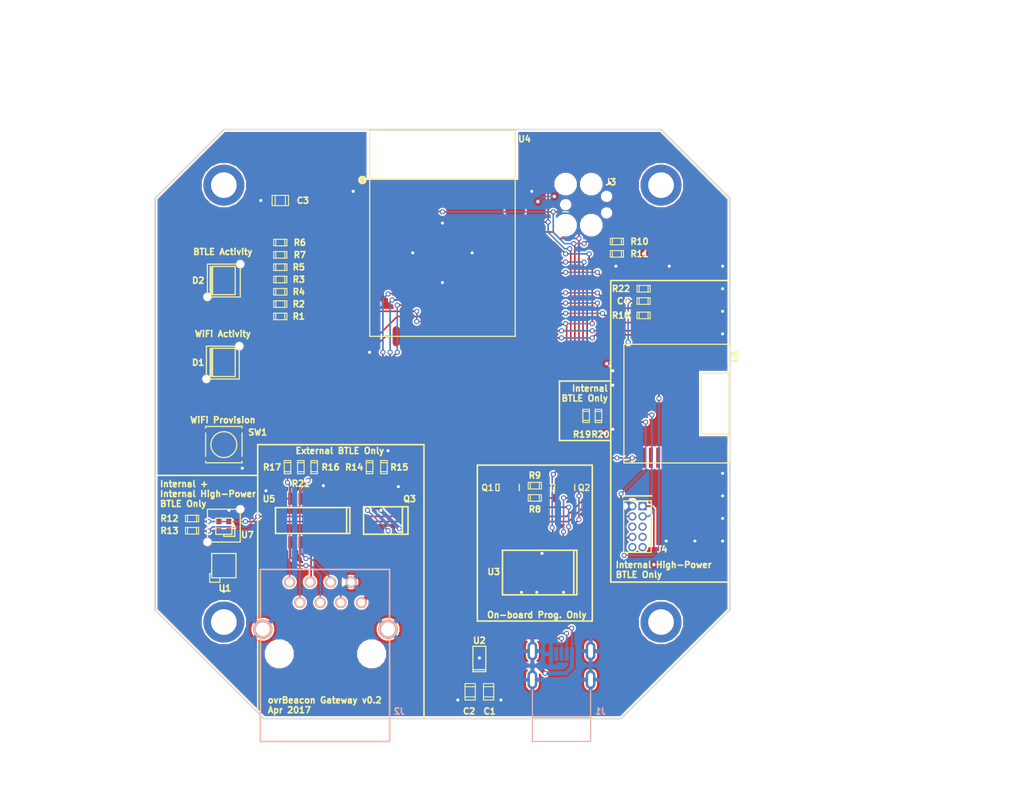
<source format=kicad_pcb>
(kicad_pcb (version 4) (host pcbnew 4.0.4-stable)
  (title_block (title "ovrBeacon Gateway - WiFi") (date 17-Feb-2017) (rev v0.2) (company "ovrEngineered, LLC"))
  (layers (0 F.Cu signal) (31 B.Cu signal) (36 B.SilkS user) (37 F.SilkS user) (38 B.Mask user) (39 F.Mask user) (44 Edge.Cuts user))
  (net 0 "")
  (net 1 +5V)
  (net 2 GND)
  (net 3 +3V3)
  (net 4 "Net-(J1-Pad2)")
  (net 5 "Net-(J1-Pad3)")
  (net 6 "Net-(J2-Pad3)")
  (net 7 "Net-(J2-Pad4)")
  (net 8 "Net-(J2-Pad5)")
  (net 9 "Net-(J2-Pad6)")
  (net 10 "Net-(J2-Pad7)")
  (net 11 "Net-(J2-Pad8)")
  (net 12 "Net-(Q1-Pad1)")
  (net 13 "Net-(Q1-Pad2)")
  (net 14 /ESP32_IO0)
  (net 15 "Net-(Q2-Pad1)")
  (net 16 "Net-(Q2-Pad2)")
  (net 17 /ESP32_EN)
  (net 18 /BTLE_POWER_ENABLE)
  (net 19 "Net-(Q3-Pad4)")
  (net 20 /ESP32-RTS_BTLE-CTS)
  (net 21 /ESP32-CTS_BTLE-RTS)
  (net 22 /ESP32-RX_DBG-TX)
  (net 23 /ESP32-TX_DBG-RX)
  (net 24 /ESP32-RX_BTLE-TX)
  (net 25 /ESP32-TX_BTLE-RX)
  (net 26 "Net-(D1-Pad1)")
  (net 27 "Net-(D1-Pad3)")
  (net 28 "Net-(D1-Pad4)")
  (net 29 "Net-(D2-Pad1)")
  (net 30 "Net-(D2-Pad3)")
  (net 31 "Net-(D2-Pad4)")
  (net 32 "Net-(J2-Pad1)")
  (net 33 /P2_1/PROG)
  (net 34 /P2_2/PROG)
  (net 35 /~BLE121_RESET)
  (net 36 /SW_WIFI_PROV)
  (net 37 /LED_WIFI_R)
  (net 38 /LED_WIFI_G)
  (net 39 /LED_WIFI_B)
  (net 40 /LED_BTLE_R)
  (net 41 /LED_BTLE_G)
  (net 42 /LED_BTLE_B)
  (net 43 /SDA_BLE121)
  (net 44 /SCL_BLE121)
  (net 45 /SDA_ESP32)
  (net 46 /SCL_ESP32)
  (net 47 /~VAR_EXT)
  (net 48 /~VAR_IHP)
  (module ovrEngineered:C_0805 (layer F.Cu) (at 106.934 51.054)
    (fp_text reference C3 (at 2.794 0 180) (layer F.SilkS) (effects (font (size 0.762 0.762) (thickness 0.1905))))
    (fp_text value C_10uF_10v_0805 hide)
    (pad 1 smd rect (at 0.9525 0) (size 1.30048 1.4986) (layers F.Cu F.Mask) (net 3 +3V3))
    (pad 2 smd rect (at -0.9525 0) (size 1.30048 1.4986) (layers F.Cu F.Mask) (net 2 GND))
  )
  (module ovrEngineered:C_0805 (layer F.Cu) (at 132.715 111.887 90)
    (fp_text reference C1 (at -2.413 0.127 180) (layer F.SilkS) (effects (font (size 0.762 0.762) (thickness 0.1905))))
    (fp_text value C_10uF_10v_0805 hide)
    (pad 1 smd rect (at 0.9525 0 90) (size 1.30048 1.4986) (layers F.Cu F.Mask) (net 1 +5V))
    (pad 2 smd rect (at -0.9525 0 90) (size 1.30048 1.4986) (layers F.Cu F.Mask) (net 2 GND))
  )
  (module ovrEngineered:C_0805 (layer F.Cu) (at 130.429 111.887 90)
    (fp_text reference C2 (at -2.413 -0.127 180) (layer F.SilkS) (effects (font (size 0.762 0.762) (thickness 0.1905))))
    (fp_text value C_10uF_10v_0805 hide)
    (pad 1 smd rect (at 0.9525 0 90) (size 1.30048 1.4986) (layers F.Cu F.Mask) (net 3 +3V3))
    (pad 2 smd rect (at -0.9525 0 90) (size 1.30048 1.4986) (layers F.Cu F.Mask) (net 2 GND))
  )
  (module ovrEngineered:RJ45_NOMAG_RA (layer B.Cu) (at 116.967 100.838 180)
    (fp_text reference J2 (at -4.699 -13.462 180) (layer B.SilkS) (effects (font (size 0.762 0.762) (thickness 0.1905)) (justify mirror)))
    (fp_text value CONN_RJ45_RA hide)
    (pad 1 thru_hole circle (at 0 0 180) (size 1.397 1.397) (drill 0.9) (layers *.Cu *.Mask B.SilkS) (net 32 "Net-(J2-Pad1)"))
    (pad 2 thru_hole circle (at 1.27 2.54 180) (size 1.397 1.397) (drill 0.9) (layers *.Cu *.Mask B.SilkS) (net 2 GND))
    (pad 3 thru_hole circle (at 2.54 0 180) (size 1.397 1.397) (drill 0.9) (layers *.Cu *.Mask B.SilkS) (net 6 "Net-(J2-Pad3)"))
    (pad 4 thru_hole circle (at 3.81 2.54 180) (size 1.397 1.397) (drill 0.9) (layers *.Cu *.Mask B.SilkS) (net 7 "Net-(J2-Pad4)"))
    (pad 5 thru_hole circle (at 5.08 0 180) (size 1.397 1.397) (drill 0.9) (layers *.Cu *.Mask B.SilkS) (net 8 "Net-(J2-Pad5)"))
    (pad 6 thru_hole circle (at 6.35 2.54 180) (size 1.397 1.397) (drill 0.9) (layers *.Cu *.Mask B.SilkS) (net 9 "Net-(J2-Pad6)"))
    (pad 7 thru_hole circle (at 7.62 0 180) (size 1.397 1.397) (drill 0.9) (layers *.Cu *.Mask B.SilkS) (net 10 "Net-(J2-Pad7)"))
    (pad 8 thru_hole circle (at 8.89 2.54 180) (size 1.397 1.397) (drill 0.9) (layers *.Cu *.Mask B.SilkS) (net 11 "Net-(J2-Pad8)"))
    (pad "" np_thru_hole circle (at 10.16 -6.35 180) (size 3.2 3.2) (drill 3.2) (layers *.Cu *.Mask B.SilkS))
    (pad "" np_thru_hole circle (at -1.27 -6.35 180) (size 3.2 3.2) (drill 3.2) (layers *.Cu *.Mask B.SilkS))
    (pad SH2 thru_hole circle (at 12.195 -3.3 180) (size 2.413 2.413) (drill 1.7) (layers *.Cu *.Mask B.SilkS) (net 2 GND))
    (pad SH1 thru_hole circle (at -3.305 -3.3 180) (size 2.413 2.413) (drill 1.7) (layers *.Cu *.Mask B.SilkS) (net 2 GND))
  )
  (module ovrEngineered:SOT-23-3 (layer F.Cu) (at 134.112 87.884)
    (fp_text reference Q1 (at -1.524 -1.27) (layer F.SilkS) (effects (font (size 0.762 0.762))))
    (fp_text value BJT_NPN_1.5A_25V hide)
    (pad 1 smd rect (at 0 0) (size 0.69 0.99) (layers F.Cu F.Mask) (net 12 "Net-(Q1-Pad1)"))
    (pad 2 smd rect (at 1.9 0) (size 0.69 0.99) (layers F.Cu F.Mask) (net 13 "Net-(Q1-Pad2)"))
    (pad 3 smd rect (at 0.95 -2.59) (size 0.69 0.99) (layers F.Cu F.Mask) (net 14 /ESP32_IO0))
  )
  (module ovrEngineered:SOT-23-3 (layer F.Cu) (at 140.97 87.884)
    (fp_text reference Q2 (at 3.556 -1.27) (layer F.SilkS) (effects (font (size 0.762 0.762))))
    (fp_text value BJT_NPN_1.5A_25V hide)
    (pad 1 smd rect (at 0 0) (size 0.69 0.99) (layers F.Cu F.Mask) (net 15 "Net-(Q2-Pad1)"))
    (pad 2 smd rect (at 1.9 0) (size 0.69 0.99) (layers F.Cu F.Mask) (net 16 "Net-(Q2-Pad2)"))
    (pad 3 smd rect (at 0.95 -2.59) (size 0.69 0.99) (layers F.Cu F.Mask) (net 17 /ESP32_EN))
  )
  (module ovrEngineered:R_0603 (layer F.Cu) (at 106.934 65.405 180)
    (fp_text reference R1 (at -2.286 0 360) (layer F.SilkS) (effects (font (size 0.762 0.762) (thickness 0.1905))))
    (fp_text value R_12K_1%_0603 hide)
    (pad 1 smd rect (at 0.75184 0 180) (size 0.89916 1.00076) (layers F.Cu F.Mask) (net 3 +3V3))
    (pad 2 smd rect (at -0.75184 0 180) (size 0.89916 1.00076) (layers F.Cu F.Mask) (net 36 /SW_WIFI_PROV))
  )
  (module ovrEngineered:R_0603 (layer F.Cu) (at 106.934 63.881 180)
    (fp_text reference R2 (at -2.286 0 360) (layer F.SilkS) (effects (font (size 0.762 0.762) (thickness 0.1905))))
    (fp_text value R_402_1%_0603 hide)
    (pad 1 smd rect (at 0.75184 0 180) (size 0.89916 1.00076) (layers F.Cu F.Mask) (net 26 "Net-(D1-Pad1)"))
    (pad 2 smd rect (at -0.75184 0 180) (size 0.89916 1.00076) (layers F.Cu F.Mask) (net 37 /LED_WIFI_R))
  )
  (module ovrEngineered:R_0603 (layer F.Cu) (at 106.934 60.833 180)
    (fp_text reference R3 (at -2.286 0 180) (layer F.SilkS) (effects (font (size 0.762 0.762) (thickness 0.1905))))
    (fp_text value R_402_1%_0603 hide)
    (pad 1 smd rect (at 0.75184 0 180) (size 0.89916 1.00076) (layers F.Cu F.Mask) (net 28 "Net-(D1-Pad4)"))
    (pad 2 smd rect (at -0.75184 0 180) (size 0.89916 1.00076) (layers F.Cu F.Mask) (net 38 /LED_WIFI_G))
  )
  (module ovrEngineered:R_0603 (layer F.Cu) (at 106.934 62.357 180)
    (fp_text reference R4 (at -2.286 0 180) (layer F.SilkS) (effects (font (size 0.762 0.762) (thickness 0.1905))))
    (fp_text value R_402_1%_0603 hide)
    (pad 1 smd rect (at 0.75184 0 180) (size 0.89916 1.00076) (layers F.Cu F.Mask) (net 27 "Net-(D1-Pad3)"))
    (pad 2 smd rect (at -0.75184 0 180) (size 0.89916 1.00076) (layers F.Cu F.Mask) (net 39 /LED_WIFI_B))
  )
  (module ovrEngineered:R_0603 (layer F.Cu) (at 106.934 59.309 180)
    (fp_text reference R5 (at -2.286 0 360) (layer F.SilkS) (effects (font (size 0.762 0.762) (thickness 0.1905))))
    (fp_text value R_402_1%_0603 hide)
    (pad 1 smd rect (at 0.75184 0 180) (size 0.89916 1.00076) (layers F.Cu F.Mask) (net 29 "Net-(D2-Pad1)"))
    (pad 2 smd rect (at -0.75184 0 180) (size 0.89916 1.00076) (layers F.Cu F.Mask) (net 40 /LED_BTLE_R))
  )
  (module ovrEngineered:R_0603 (layer F.Cu) (at 106.934 56.261 180)
    (fp_text reference R6 (at -2.413 0 360) (layer F.SilkS) (effects (font (size 0.762 0.762) (thickness 0.1905))))
    (fp_text value R_402_1%_0603 hide)
    (pad 1 smd rect (at 0.75184 0 180) (size 0.89916 1.00076) (layers F.Cu F.Mask) (net 31 "Net-(D2-Pad4)"))
    (pad 2 smd rect (at -0.75184 0 180) (size 0.89916 1.00076) (layers F.Cu F.Mask) (net 41 /LED_BTLE_G))
  )
  (module ovrEngineered:R_0603 (layer F.Cu) (at 106.934 57.785 180)
    (fp_text reference R7 (at -2.413 0 360) (layer F.SilkS) (effects (font (size 0.762 0.762) (thickness 0.1905))))
    (fp_text value R_402_1%_0603 hide)
    (pad 1 smd rect (at 0.75184 0 180) (size 0.89916 1.00076) (layers F.Cu F.Mask) (net 30 "Net-(D2-Pad3)"))
    (pad 2 smd rect (at -0.75184 0 180) (size 0.89916 1.00076) (layers F.Cu F.Mask) (net 42 /LED_BTLE_B))
  )
  (module ovrEngineered:R_0603 (layer F.Cu) (at 138.43 87.884 180)
    (fp_text reference R8 (at 0 -1.397 180) (layer F.SilkS) (effects (font (size 0.762 0.762) (thickness 0.1905))))
    (fp_text value R_12K_1%_0603 hide)
    (pad 1 smd rect (at 0.75184 0 180) (size 0.89916 1.00076) (layers F.Cu F.Mask) (net 13 "Net-(Q1-Pad2)"))
    (pad 2 smd rect (at -0.75184 0 180) (size 0.89916 1.00076) (layers F.Cu F.Mask) (net 15 "Net-(Q2-Pad1)"))
  )
  (module ovrEngineered:R_0603 (layer F.Cu) (at 138.43 86.36)
    (fp_text reference R9 (at 0 -1.27) (layer F.SilkS) (effects (font (size 0.762 0.762) (thickness 0.1905))))
    (fp_text value R_12K_1%_0603 hide)
    (pad 1 smd rect (at 0.75184 0) (size 0.89916 1.00076) (layers F.Cu F.Mask) (net 16 "Net-(Q2-Pad2)"))
    (pad 2 smd rect (at -0.75184 0) (size 0.89916 1.00076) (layers F.Cu F.Mask) (net 12 "Net-(Q1-Pad1)"))
  )
  (module ovrEngineered:R_0603 (layer F.Cu) (at 148.59 56.134)
    (fp_text reference R10 (at 2.794 0 180) (layer F.SilkS) (effects (font (size 0.762 0.762) (thickness 0.1905))))
    (fp_text value R_12K_1%_0603 hide)
    (pad 1 smd rect (at 0.75184 0) (size 0.89916 1.00076) (layers F.Cu F.Mask) (net 3 +3V3))
    (pad 2 smd rect (at -0.75184 0) (size 0.89916 1.00076) (layers F.Cu F.Mask) (net 17 /ESP32_EN))
  )
  (module ovrEngineered:R_0603 (layer F.Cu) (at 148.59 57.658)
    (fp_text reference R11 (at 2.794 0 180) (layer F.SilkS) (effects (font (size 0.762 0.762) (thickness 0.1905))))
    (fp_text value R_12K_1%_0603 hide)
    (pad 1 smd rect (at 0.75184 0) (size 0.89916 1.00076) (layers F.Cu F.Mask) (net 3 +3V3))
    (pad 2 smd rect (at -0.75184 0) (size 0.89916 1.00076) (layers F.Cu F.Mask) (net 14 /ESP32_IO0))
  )
  (module ovrEngineered:R_0603 (layer F.Cu) (at 96.012 90.424 180)
    (fp_text reference R12 (at 2.794 0 180) (layer F.SilkS) (effects (font (size 0.762 0.762) (thickness 0.1905))))
    (fp_text value R_10K_1%_0603 hide)
    (pad 1 smd rect (at 0.75184 0 180) (size 0.89916 1.00076) (layers F.Cu F.Mask) (net 3 +3V3))
    (pad 2 smd rect (at -0.75184 0 180) (size 0.89916 1.00076) (layers F.Cu F.Mask) (net 43 /SDA_BLE121))
  )
  (module ovrEngineered:R_0603 (layer F.Cu) (at 96.012 91.948 180)
    (fp_text reference R13 (at 2.794 0 180) (layer F.SilkS) (effects (font (size 0.762 0.762) (thickness 0.1905))))
    (fp_text value R_10K_1%_0603 hide)
    (pad 1 smd rect (at 0.75184 0 180) (size 0.89916 1.00076) (layers F.Cu F.Mask) (net 3 +3V3))
    (pad 2 smd rect (at -0.75184 0 180) (size 0.89916 1.00076) (layers F.Cu F.Mask) (net 44 /SCL_BLE121))
  )
  (module ovrEngineered:R_0603 (layer F.Cu) (at 117.983 84.074 270)
    (fp_text reference R14 (at 0 1.905 360) (layer F.SilkS) (effects (font (size 0.762 0.762) (thickness 0.1905))))
    (fp_text value R_10K_1%_0603 hide)
    (pad 1 smd rect (at 0.75184 0 270) (size 0.89916 1.00076) (layers F.Cu F.Mask) (net 19 "Net-(Q3-Pad4)"))
    (pad 2 smd rect (at -0.75184 0 270) (size 0.89916 1.00076) (layers F.Cu F.Mask) (net 1 +5V))
  )
  (module ovrEngineered:R_0603 (layer F.Cu) (at 119.761 84.074 270)
    (fp_text reference R15 (at 0 -1.905 360) (layer F.SilkS) (effects (font (size 0.762 0.762) (thickness 0.1905))))
    (fp_text value R_10K_1%_0603 hide)
    (pad 1 smd rect (at 0.75184 0 270) (size 0.89916 1.00076) (layers F.Cu F.Mask) (net 18 /BTLE_POWER_ENABLE))
    (pad 2 smd rect (at -0.75184 0 270) (size 0.89916 1.00076) (layers F.Cu F.Mask) (net 2 GND))
  )
  (module ovrEngineered:R_0603 (layer F.Cu) (at 111.125 84.074 270)
    (fp_text reference R16 (at 0 -2.032 360) (layer F.SilkS) (effects (font (size 0.762 0.762) (thickness 0.1905))))
    (fp_text value R_0_0603 hide)
    (pad 1 smd rect (at 0.75184 0 270) (size 0.89916 1.00076) (layers F.Cu F.Mask) (net 10 "Net-(J2-Pad7)"))
    (pad 2 smd rect (at -0.75184 0 270) (size 0.89916 1.00076) (layers F.Cu F.Mask) (net 20 /ESP32-RTS_BTLE-CTS))
  )
  (module ovrEngineered:R_0603 (layer F.Cu) (at 107.823 84.074 270)
    (fp_text reference R17 (at 0 1.905 360) (layer F.SilkS) (effects (font (size 0.762 0.762) (thickness 0.1905))))
    (fp_text value R_0_0603 hide)
    (pad 1 smd rect (at 0.75184 0 270) (size 0.89916 1.00076) (layers F.Cu F.Mask) (net 11 "Net-(J2-Pad8)"))
    (pad 2 smd rect (at -0.75184 0 270) (size 0.89916 1.00076) (layers F.Cu F.Mask) (net 21 /ESP32-CTS_BTLE-RTS))
  )
  (module ovrEngineered:SILICONLABS_SI7050 (layer F.Cu) (at 99.949 96.266 90)
    (fp_text reference U1 (at -2.794 0.127 180) (layer F.SilkS) (effects (font (size 0.762 0.762) (thickness 0.1905))))
    (fp_text value SILICONLABS_SI7050 hide)
    (pad 1 smd rect (at -1.45 -1 90) (size 0.85 0.45) (layers F.Cu F.Mask) (net 43 /SDA_BLE121))
    (pad 2 smd rect (at -1.45 0 90) (size 0.85 0.45) (layers F.Cu F.Mask) (net 2 GND))
    (pad 3 smd rect (at -1.45 1 90) (size 0.85 0.45) (layers F.Cu F.Mask))
    (pad 4 smd rect (at 1.45 1 90) (size 0.85 0.45) (layers F.Cu F.Mask))
    (pad 5 smd rect (at 1.45 0 90) (size 0.85 0.45) (layers F.Cu F.Mask) (net 3 +3V3))
    (pad 6 smd rect (at 1.45 -1 90) (size 0.85 0.45) (layers F.Cu F.Mask) (net 44 /SCL_BLE121))
    (pad 7 smd rect (at 0 0 90) (size 1.6 2.5) (layers F.Cu F.Mask))
  )
  (module ovrEngineered:SOT-25-5 (layer F.Cu) (at 131.572 107.696 180)
    (fp_text reference U2 (at 0 2.159 180) (layer F.SilkS) (effects (font (size 0.762 0.762) (thickness 0.1905))))
    (fp_text value TOREX_XC6210 hide)
    (pad 1 smd rect (at -1.2 -0.95 180) (size 1 0.7) (layers F.Cu F.Mask) (net 1 +5V))
    (pad 2 smd rect (at -1.2 0 180) (size 1 0.7) (layers F.Cu F.Mask) (net 2 GND))
    (pad 3 smd rect (at -1.2 0.95 180) (size 1 0.7) (layers F.Cu F.Mask) (net 1 +5V))
    (pad 4 smd rect (at 1.2 0.95 180) (size 1 0.7) (layers F.Cu F.Mask))
    (pad 5 smd rect (at 1.2 -0.95 180) (size 1 0.7) (layers F.Cu F.Mask) (net 3 +3V3))
  )
  (module ovrEngineered:FT232RL (layer F.Cu) (at 143.256 93.472 270)
    (fp_text reference U3 (at 3.556 9.906 360) (layer F.SilkS) (effects (font (size 0.762 0.762) (thickness 0.1905))))
    (fp_text value FTDI_RT232RL hide)
    (pad 1 smd rect (at -0.127 0 270) (size 1.254 0.312) (layers F.Cu F.Mask) (net 22 /ESP32-RX_DBG-TX))
    (pad 2 smd rect (at -0.127 0.65 270) (size 1.254 0.312) (layers F.Cu F.Mask) (net 13 "Net-(Q1-Pad2)"))
    (pad 3 smd rect (at -0.127 1.3 270) (size 1.254 0.312) (layers F.Cu F.Mask) (net 16 "Net-(Q2-Pad2)"))
    (pad 4 smd rect (at -0.127 1.95 270) (size 1.254 0.312) (layers F.Cu F.Mask) (net 3 +3V3))
    (pad 5 smd rect (at -0.127 2.6 270) (size 1.254 0.312) (layers F.Cu F.Mask) (net 23 /ESP32-TX_DBG-RX))
    (pad 6 smd rect (at -0.127 3.25 270) (size 1.254 0.312) (layers F.Cu F.Mask))
    (pad 7 smd rect (at -0.127 3.9 270) (size 1.254 0.312) (layers F.Cu F.Mask) (net 2 GND))
    (pad 8 smd rect (at -0.127 4.55 270) (size 1.254 0.312) (layers F.Cu F.Mask))
    (pad 9 smd rect (at -0.127 5.2 270) (size 1.254 0.312) (layers F.Cu F.Mask))
    (pad 10 smd rect (at -0.127 5.85 270) (size 1.254 0.312) (layers F.Cu F.Mask))
    (pad 11 smd rect (at -0.127 6.5 270) (size 1.254 0.312) (layers F.Cu F.Mask))
    (pad 12 smd rect (at -0.127 7.15 270) (size 1.254 0.312) (layers F.Cu F.Mask))
    (pad 13 smd rect (at -0.127 7.8 270) (size 1.254 0.312) (layers F.Cu F.Mask))
    (pad 14 smd rect (at -0.127 8.45 270) (size 1.254 0.312) (layers F.Cu F.Mask))
    (pad 15 smd rect (at 7.4524 8.45 270) (size 1.254 0.312) (layers F.Cu F.Mask) (net 5 "Net-(J1-Pad3)"))
    (pad 16 smd rect (at 7.4524 7.8 270) (size 1.254 0.312) (layers F.Cu F.Mask) (net 4 "Net-(J1-Pad2)"))
    (pad 17 smd rect (at 7.4524 7.15 270) (size 1.254 0.312) (layers F.Cu F.Mask))
    (pad 18 smd rect (at 7.4524 6.5 270) (size 1.254 0.312) (layers F.Cu F.Mask) (net 2 GND))
    (pad 19 smd rect (at 7.4524 5.85 270) (size 1.254 0.312) (layers F.Cu F.Mask))
    (pad 20 smd rect (at 7.4524 5.2 270) (size 1.254 0.312) (layers F.Cu F.Mask) (net 1 +5V))
    (pad 21 smd rect (at 7.4524 4.55 270) (size 1.254 0.312) (layers F.Cu F.Mask) (net 2 GND))
    (pad 22 smd rect (at 7.4524 3.9 270) (size 1.254 0.312) (layers F.Cu F.Mask))
    (pad 24 smd rect (at 7.4524 2.6 270) (size 1.254 0.312) (layers F.Cu F.Mask))
    (pad 23 smd rect (at 7.4524 3.25 270) (size 1.254 0.312) (layers F.Cu F.Mask))
    (pad 25 smd rect (at 7.4524 1.95 270) (size 1.254 0.312) (layers F.Cu F.Mask) (net 2 GND))
    (pad 26 smd rect (at 7.4524 1.3 270) (size 1.254 0.312) (layers F.Cu F.Mask) (net 2 GND))
    (pad 27 smd rect (at 7.4524 0.65 270) (size 1.254 0.312) (layers F.Cu F.Mask))
    (pad 28 smd rect (at 7.4524 0 270) (size 1.254 0.312) (layers F.Cu F.Mask))
  )
  (module ovrEngineered:ESP32-WROOM (layer F.Cu) (at 127 55.118 180)
    (fp_text reference U4 (at -10.16 11.684 180) (layer F.SilkS) (effects (font (size 0.762 0.762) (thickness 0.1905))))
    (fp_text value ESP32-WROOM hide)
    (pad 38 smd oval (at -9 5.25 180) (size 2.5 0.9) (layers F.Cu F.Mask) (net 2 GND))
    (pad 37 smd oval (at -9 3.98 180) (size 2.5 0.9) (layers F.Cu F.Mask))
    (pad 36 smd oval (at -9 2.71 180) (size 2.5 0.9) (layers F.Cu F.Mask))
    (pad 35 smd oval (at -9 1.44 180) (size 2.5 0.9) (layers F.Cu F.Mask) (net 23 /ESP32-TX_DBG-RX))
    (pad 34 smd oval (at -9 0.17 180) (size 2.5 0.9) (layers F.Cu F.Mask) (net 22 /ESP32-RX_DBG-TX))
    (pad 33 smd oval (at -9 -1.1 180) (size 2.5 0.9) (layers F.Cu F.Mask) (net 46 /SCL_ESP32))
    (pad 32 smd oval (at -9 -2.37 180) (size 2.5 0.9) (layers F.Cu F.Mask))
    (pad 31 smd oval (at -9 -3.64 180) (size 2.5 0.9) (layers F.Cu F.Mask) (net 45 /SDA_ESP32))
    (pad 30 smd oval (at -9 -4.91 180) (size 2.5 0.9) (layers F.Cu F.Mask) (net 48 /~VAR_IHP))
    (pad 29 smd oval (at -9 -6.18 180) (size 2.5 0.9) (layers F.Cu F.Mask))
    (pad 28 smd oval (at -9 -7.45 180) (size 2.5 0.9) (layers F.Cu F.Mask) (net 25 /ESP32-TX_BTLE-RX))
    (pad 27 smd oval (at -9 -8.72 180) (size 2.5 0.9) (layers F.Cu F.Mask) (net 24 /ESP32-RX_BTLE-TX))
    (pad 26 smd oval (at -9 -9.99 180) (size 2.5 0.9) (layers F.Cu F.Mask) (net 18 /BTLE_POWER_ENABLE))
    (pad 25 smd oval (at -9 -11.26 180) (size 2.5 0.9) (layers F.Cu F.Mask) (net 14 /ESP32_IO0))
    (pad 24 smd oval (at -5.715 -12.75 180) (size 0.9 2.5) (layers F.Cu F.Mask))
    (pad 23 smd oval (at -4.445 -12.75 180) (size 0.9 2.5) (layers F.Cu F.Mask))
    (pad 22 smd oval (at -3.175 -12.75 180) (size 0.9 2.5) (layers F.Cu F.Mask))
    (pad 21 smd oval (at -1.905 -12.75 180) (size 0.9 2.5) (layers F.Cu F.Mask))
    (pad 20 smd oval (at -0.635 -12.75 180) (size 0.9 2.5) (layers F.Cu F.Mask))
    (pad 19 smd oval (at 0.635 -12.75 180) (size 0.9 2.5) (layers F.Cu F.Mask))
    (pad 18 smd oval (at 1.905 -12.75 180) (size 0.9 2.5) (layers F.Cu F.Mask))
    (pad 17 smd oval (at 3.175 -12.75 180) (size 0.9 2.5) (layers F.Cu F.Mask))
    (pad 16 smd oval (at 4.445 -12.75 180) (size 0.9 2.5) (layers F.Cu F.Mask) (net 20 /ESP32-RTS_BTLE-CTS))
    (pad 15 smd oval (at 5.715 -12.75 180) (size 0.9 2.5) (layers F.Cu F.Mask) (net 2 GND))
    (pad 14 smd oval (at 9 -11.26 180) (size 2.5 0.9) (layers F.Cu F.Mask) (net 47 /~VAR_EXT))
    (pad 13 smd oval (at 9 -9.99 180) (size 2.5 0.9) (layers F.Cu F.Mask) (net 21 /ESP32-CTS_BTLE-RTS))
    (pad 12 smd oval (at 9 -8.72 180) (size 2.5 0.9) (layers F.Cu F.Mask) (net 36 /SW_WIFI_PROV))
    (pad 11 smd oval (at 9 -7.45 180) (size 2.5 0.9) (layers F.Cu F.Mask) (net 37 /LED_WIFI_R))
    (pad 10 smd oval (at 9 -6.18 180) (size 2.5 0.9) (layers F.Cu F.Mask) (net 39 /LED_WIFI_B))
    (pad 9 smd oval (at 9 -4.91 180) (size 2.5 0.9) (layers F.Cu F.Mask) (net 38 /LED_WIFI_G))
    (pad 8 smd oval (at 9 -3.64 180) (size 2.5 0.9) (layers F.Cu F.Mask) (net 40 /LED_BTLE_R))
    (pad 7 smd oval (at 9 -2.37 180) (size 2.5 0.9) (layers F.Cu F.Mask) (net 42 /LED_BTLE_B))
    (pad 6 smd oval (at 9 -1.1 180) (size 2.5 0.9) (layers F.Cu F.Mask) (net 41 /LED_BTLE_G))
    (pad 5 smd oval (at 9 0.17 180) (size 2.5 0.9) (layers F.Cu F.Mask))
    (pad 4 smd oval (at 9 1.44 180) (size 2.5 0.9) (layers F.Cu F.Mask))
    (pad 3 smd oval (at 9 2.71 180) (size 2.5 0.9) (layers F.Cu F.Mask) (net 17 /ESP32_EN))
    (pad 2 smd oval (at 9 3.98 180) (size 2.5 0.9) (layers F.Cu F.Mask) (net 3 +3V3))
    (pad 1 smd oval (at 9 5.25 180) (size 2.5 0.9) (layers F.Cu F.Mask) (net 2 GND))
    (pad 39 smd rect (at 0 -2.45 180) (size 6 6) (layers F.Cu F.Mask) (net 2 GND))
  )
  (module ovrEngineered:SOIC-14 (layer F.Cu) (at 110.744 90.678 270)
    (fp_text reference U5 (at -2.667 5.207 360) (layer F.SilkS) (effects (font (size 0.762 0.762) (thickness 0.1905))))
    (fp_text value INTERSIL_ISL32602EFBZ hide)
    (pad 1 smd rect (at -2.7 -3.81 270) (size 1.5 0.6) (layers F.Cu F.Mask))
    (pad 2 smd rect (at -2.7 -2.54 270) (size 1.5 0.6) (layers F.Cu F.Mask) (net 24 /ESP32-RX_BTLE-TX))
    (pad 3 smd rect (at -2.7 -1.27 270) (size 1.5 0.6) (layers F.Cu F.Mask) (net 2 GND))
    (pad 4 smd rect (at -2.7 0 270) (size 1.5 0.6) (layers F.Cu F.Mask) (net 3 +3V3))
    (pad 5 smd rect (at -2.7 1.27 270) (size 1.5 0.6) (layers F.Cu F.Mask) (net 25 /ESP32-TX_BTLE-RX))
    (pad 6 smd rect (at -2.7 2.54 270) (size 1.5 0.6) (layers F.Cu F.Mask) (net 2 GND))
    (pad 7 smd rect (at -2.7 3.81 270) (size 1.5 0.6) (layers F.Cu F.Mask) (net 2 GND))
    (pad 8 smd rect (at 2.7 3.81 270) (size 1.5 0.6) (layers F.Cu F.Mask))
    (pad 9 smd rect (at 2.7 2.54 270) (size 1.5 0.6) (layers F.Cu F.Mask) (net 8 "Net-(J2-Pad5)"))
    (pad 10 smd rect (at 2.7 1.27 270) (size 1.5 0.6) (layers F.Cu F.Mask) (net 7 "Net-(J2-Pad4)"))
    (pad 11 smd rect (at 2.7 0 270) (size 1.5 0.6) (layers F.Cu F.Mask) (net 9 "Net-(J2-Pad6)"))
    (pad 12 smd rect (at 2.7 -1.27 270) (size 1.5 0.6) (layers F.Cu F.Mask) (net 6 "Net-(J2-Pad3)"))
    (pad 13 smd rect (at 2.7 -2.54 270) (size 1.5 0.6) (layers F.Cu F.Mask))
    (pad 14 smd rect (at 2.7 -3.81 270) (size 1.5 0.6) (layers F.Cu F.Mask) (net 3 +3V3))
  )
  (module ovrEngineered:UJ2-MIBH-4-SMT (layer B.Cu) (at 141.732 107.188)
    (fp_text reference J1 (at 4.826 7.112) (layer B.SilkS) (effects (font (size 0.762 0.762) (thickness 0.1905)) (justify mirror)))
    (fp_text value USB_MICROB_RA_LONG hide)
    (pad 3 smd rect (at 0 0) (size 0.5 1.7) (layers B.Cu B.Mask) (net 5 "Net-(J1-Pad3)"))
    (pad 2 smd rect (at 0.65 0) (size 0.5 1.7) (layers B.Cu B.Mask) (net 4 "Net-(J1-Pad2)"))
    (pad 4 smd rect (at -0.65 0) (size 0.5 1.7) (layers B.Cu B.Mask))
    (pad 1 smd rect (at 1.3 0) (size 0.5 1.7) (layers B.Cu B.Mask) (net 1 +5V))
    (pad 5 smd rect (at -1.3 0) (size 0.5 1.7) (layers B.Cu B.Mask) (net 2 GND))
    (pad SH1 thru_hole oval (at 3.6 -0.35) (size 1.2 2.3) (drill oval 0.6 1.7) (layers *.Cu *.Mask) (net 2 GND))
    (pad SH2 thru_hole oval (at -3.6 -0.35) (size 1.2 2.3) (drill oval 0.6 1.7) (layers *.Cu *.Mask) (net 2 GND))
    (pad SH3 thru_hole oval (at 3.6 3.2) (size 1.2 2.3) (drill oval 0.6 1.7) (layers *.Cu *.Mask) (net 2 GND))
    (pad SH4 thru_hole oval (at -3.6 3.2) (size 1.2 2.3) (drill oval 0.6 1.7) (layers *.Cu *.Mask) (net 2 GND))
  )
  (module ovrEngineered:MOUNT_HOLE_POLYCASE_MBR_100 (layer F.Cu) (at 151.13 105.41)
    (fp_text reference REF** hide)
    (fp_text value MOUNT_HOLE_POLYCASE_MBR_100 hide)
    (pad MNT thru_hole circle (at 2.921 -2.159) (size 5.08 5.08) (drill 3.175) (layers *.Cu *.Mask))
  )
  (module ovrEngineered:MOUNT_HOLE_POLYCASE_MBR_100 (layer F.Cu) (at 152.4 50.8)
    (fp_text reference REF** hide)
    (fp_text value MOUNT_HOLE_POLYCASE_MBR_100 hide)
    (pad MNT thru_hole circle (at 1.651 -1.651) (size 5.08 5.08) (drill 3.175) (layers *.Cu *.Mask))
  )
  (module ovrEngineered:MOUNT_HOLE_POLYCASE_MBR_100 (layer F.Cu) (at 101.6 49.53)
    (fp_text reference REF** hide)
    (fp_text value MOUNT_HOLE_POLYCASE_MBR_100 hide)
    (pad MNT thru_hole circle (at -1.651 -0.381) (size 5.08 5.08) (drill 3.175) (layers *.Cu *.Mask))
  )
  (module ovrEngineered:MOUNT_HOLE_POLYCASE_MBR_100 (layer F.Cu) (at 100.33 104.14)
    (fp_text reference REF** hide)
    (fp_text value MOUNT_HOLE_POLYCASE_MBR_100 hide)
    (pad MNT thru_hole circle (at -0.381 -0.889) (size 5.08 5.08) (drill 3.175) (layers *.Cu *.Mask))
  )
  (module ovrEngineered:R_0603 (layer F.Cu) (at 151.892 65.278)
    (fp_text reference R18 (at -2.794 0) (layer F.SilkS) (effects (font (size 0.762 0.762) (thickness 0.1905))))
    (fp_text value R_10K_1%_0603 hide)
    (pad 1 smd rect (at 0.75184 0) (size 0.89916 1.00076) (layers F.Cu F.Mask) (net 35 /~BLE121_RESET))
    (pad 2 smd rect (at -0.75184 0) (size 0.89916 1.00076) (layers F.Cu F.Mask) (net 18 /BTLE_POWER_ENABLE))
  )
  (module ovrEngineered:C_0603 (layer F.Cu) (at 151.892 63.5 180)
    (fp_text reference C4 (at 2.54 0 180) (layer F.SilkS) (effects (font (size 0.762 0.762) (thickness 0.1905))))
    (fp_text value C_0.1uF_10v_0603 hide)
    (pad 1 smd rect (at 0.75184 0 180) (size 0.89916 1.00076) (layers F.Cu F.Mask) (net 3 +3V3))
    (pad 2 smd rect (at -0.75184 0 180) (size 0.89916 1.00076) (layers F.Cu F.Mask) (net 2 GND))
  )
  (module ovrEngineered:CREE_CLV1A_FKB (layer F.Cu) (at 99.949 71.0946 180)
    (fp_text reference D1 (at 3.175 -0.0254 360) (layer F.SilkS) (effects (font (size 0.762 0.762) (thickness 0.1905))))
    (fp_text value CREE_CLV1A_FKB hide)
    (pad 1 smd rect (at 0.7 -1.8 90) (size 1.5 0.7) (layers F.Cu F.Mask) (net 26 "Net-(D1-Pad1)"))
    (pad 2 smd rect (at -0.7 -1.8 90) (size 1.5 0.7) (layers F.Cu F.Mask) (net 3 +3V3))
    (pad 3 smd rect (at -0.7 1.8 90) (size 1.5 0.7) (layers F.Cu F.Mask) (net 27 "Net-(D1-Pad3)"))
    (pad 4 smd rect (at 0.7 1.8 90) (size 1.5 0.7) (layers F.Cu F.Mask) (net 28 "Net-(D1-Pad4)"))
  )
  (module ovrEngineered:CREE_CLV1A_FKB (layer F.Cu) (at 99.949 60.96 180)
    (fp_text reference D2 (at 3.175 0 360) (layer F.SilkS) (effects (font (size 0.762 0.762) (thickness 0.1905))))
    (fp_text value CREE_CLV1A_FKB hide)
    (pad 1 smd rect (at 0.7 -1.8 90) (size 1.5 0.7) (layers F.Cu F.Mask) (net 29 "Net-(D2-Pad1)"))
    (pad 2 smd rect (at -0.7 -1.8 90) (size 1.5 0.7) (layers F.Cu F.Mask) (net 3 +3V3))
    (pad 3 smd rect (at -0.7 1.8 90) (size 1.5 0.7) (layers F.Cu F.Mask) (net 30 "Net-(D2-Pad3)"))
    (pad 4 smd rect (at 0.7 1.8 90) (size 1.5 0.7) (layers F.Cu F.Mask) (net 31 "Net-(D2-Pad4)"))
  )
  (module ovrEngineered:TC2030-IDC (layer F.Cu) (at 142.24 51.562)
    (fp_text reference J3 (at 5.588 -2.794) (layer F.SilkS) (effects (font (size 0.762 0.762) (thickness 0.1905))))
    (fp_text value CONN_DBG_PDI hide)
    (pad 1 smd circle (at 1.27 0.635) (size 0.7874 0.7874) (layers F.Cu F.Mask) (net 17 /ESP32_EN))
    (pad 2 smd circle (at 1.27 -0.635) (size 0.7874 0.7874) (layers F.Cu F.Mask) (net 3 +3V3))
    (pad 3 smd circle (at 2.54 0.635) (size 0.7874 0.7874) (layers F.Cu F.Mask) (net 22 /ESP32-RX_DBG-TX))
    (pad 4 smd circle (at 2.54 -0.635) (size 0.7874 0.7874) (layers F.Cu F.Mask) (net 23 /ESP32-TX_DBG-RX))
    (pad 5 smd circle (at 3.81 0.635) (size 0.7874 0.7874) (layers F.Cu F.Mask) (net 14 /ESP32_IO0))
    (pad 6 smd circle (at 3.81 -0.635) (size 0.7874 0.7874) (layers F.Cu F.Mask) (net 2 GND))
    (pad "" np_thru_hole circle (at 0 0) (size 0.9906 0.9906) (drill 0.9906) (layers *.Cu *.Mask F.SilkS))
    (pad "" np_thru_hole circle (at 5.08 -1.016) (size 0.9906 0.9906) (drill 0.9906) (layers *.Cu *.Mask F.SilkS))
    (pad "" np_thru_hole circle (at 5.08 1.016) (size 0.9906 0.9906) (drill 0.9906) (layers *.Cu *.Mask F.SilkS))
    (pad "" np_thru_hole circle (at 0 -2.54) (size 2.3749 2.3749) (drill 2.3749) (layers *.Cu *.Mask F.SilkS))
    (pad "" np_thru_hole circle (at 3.175 -2.54) (size 2.3749 2.3749) (drill 2.3749) (layers *.Cu *.Mask F.SilkS))
    (pad "" np_thru_hole circle (at 0 2.54) (size 2.3749 2.3749) (drill 2.3749) (layers *.Cu *.Mask F.SilkS))
    (pad "" np_thru_hole circle (at 3.175 2.54) (size 2.3749 2.3749) (drill 2.3749) (layers *.Cu *.Mask F.SilkS))
  )
  (module ovrEngineered:20021111-00010T4LF (layer F.Cu) (at 151.13 91.44 270)
    (fp_text reference J4 (at 2.794 -3.048 360) (layer F.SilkS) (effects (font (size 0.762 0.762) (thickness 0.1905))))
    (fp_text value CONN_1.27MM_5X2 hide)
    (pad 1 thru_hole rect (at -2.54 -0.635 270) (size 1.016 1.016) (drill 0.67) (layers *.Cu *.Mask) (net 3 +3V3))
    (pad 2 thru_hole circle (at -2.54 0.635 270) (size 1.016 1.016) (drill 0.67) (layers *.Cu *.Mask) (net 2 GND))
    (pad 3 thru_hole circle (at -1.27 -0.635 270) (size 1.016 1.016) (drill 0.67) (layers *.Cu *.Mask) (net 33 /P2_1/PROG))
    (pad 4 thru_hole circle (at -1.27 0.635 270) (size 1.016 1.016) (drill 0.67) (layers *.Cu *.Mask) (net 34 /P2_2/PROG))
    (pad 5 thru_hole circle (at 0 -0.635 270) (size 1.016 1.016) (drill 0.67) (layers *.Cu *.Mask))
    (pad 6 thru_hole circle (at 0 0.635 270) (size 1.016 1.016) (drill 0.67) (layers *.Cu *.Mask))
    (pad 7 thru_hole circle (at 1.27 -0.635 270) (size 1.016 1.016) (drill 0.67) (layers *.Cu *.Mask))
    (pad 8 thru_hole circle (at 1.27 0.635 270) (size 1.016 1.016) (drill 0.67) (layers *.Cu *.Mask) (net 35 /~BLE121_RESET))
    (pad 9 thru_hole circle (at 2.54 -0.635 270) (size 1.016 1.016) (drill 0.67) (layers *.Cu *.Mask))
    (pad 10 thru_hole circle (at 2.54 0.635 270) (size 1.016 1.016) (drill 0.67) (layers *.Cu *.Mask))
  )
  (module ovrEngineered:R_0603 (layer F.Cu) (at 144.78 77.724 90)
    (fp_text reference R19 (at -2.286 -0.508 180) (layer F.SilkS) (effects (font (size 0.762 0.762) (thickness 0.1905))))
    (fp_text value R_0_0603 hide)
    (pad 1 smd rect (at 0.75184 0 90) (size 0.89916 1.00076) (layers F.Cu F.Mask) (net 45 /SDA_ESP32))
    (pad 2 smd rect (at -0.75184 0 90) (size 0.89916 1.00076) (layers F.Cu F.Mask) (net 43 /SDA_BLE121))
  )
  (module ovrEngineered:R_0603 (layer F.Cu) (at 146.304 77.724 90)
    (fp_text reference R20 (at -2.286 0.254 180) (layer F.SilkS) (effects (font (size 0.762 0.762) (thickness 0.1905))))
    (fp_text value R_0_0603 hide)
    (pad 1 smd rect (at 0.75184 0 90) (size 0.89916 1.00076) (layers F.Cu F.Mask) (net 46 /SCL_ESP32))
    (pad 2 smd rect (at -0.75184 0 90) (size 0.89916 1.00076) (layers F.Cu F.Mask) (net 44 /SCL_BLE121))
  )
  (module ovrEngineered:TL3315NF100Q (layer F.Cu) (at 99.949 81.28)
    (fp_text reference SW1 (at 4.191 -1.524) (layer F.SilkS) (effects (font (size 0.762 0.762) (thickness 0.1905))))
    (fp_text value ESWITCH_TL3315NF100Q hide)
    (pad 1 smd rect (at -2.25 -1.75) (size 0.8 0.4) (layers F.Cu F.Mask) (net 36 /SW_WIFI_PROV))
    (pad 2 smd rect (at 2.25 -1.75) (size 0.8 0.4) (layers F.Cu F.Mask) (net 36 /SW_WIFI_PROV))
    (pad 3 smd rect (at -2.25 1.75) (size 0.8 0.4) (layers F.Cu F.Mask) (net 2 GND))
    (pad 4 smd rect (at 2.25 1.75) (size 0.8 0.4) (layers F.Cu F.Mask) (net 2 GND))
  )
  (module ovrEngineered:LITEON_LTR-329ALS (layer F.Cu) (at 99.949 91.3892 180)
    (fp_text reference U7 (at -2.921 -1.0668 360) (layer F.SilkS) (effects (font (size 0.762 0.762) (thickness 0.1905))))
    (fp_text value LITEON_LTR-329ALS hide)
    (pad 1 smd rect (at -0.675 -0.6 180) (size 0.75 0.7) (layers F.Cu F.Mask) (net 3 +3V3))
    (pad 2 smd rect (at -0.675 0.6 180) (size 0.75 0.7) (layers F.Cu F.Mask) (net 2 GND))
    (pad 3 smd rect (at 0.675 0.6 180) (size 0.75 0.7) (layers F.Cu F.Mask) (net 43 /SDA_BLE121))
    (pad 4 smd rect (at 0.675 -0.6 180) (size 0.75 0.7) (layers F.Cu F.Mask) (net 44 /SCL_BLE121))
  )
  (module ovrEngineered:BLE121 (layer F.Cu) (at 155.956 76.2 270)
    (fp_text reference U6 (at -5.85 -7.25 270) (layer F.SilkS) (effects (font (size 0.762 0.762) (thickness 0.1905))))
    (fp_text value BLUEGIGA_BLE121 hide)
    (pad 1 smd rect (at -6.7 -5.85 270) (size 2.5 0.5) (layers F.Cu F.Mask) (net 2 GND))
    (pad 2 smd rect (at -6.7 -4.95 270) (size 2.5 0.5) (layers F.Cu F.Mask) (net 2 GND))
    (pad 3 smd rect (at -6.7 -4.05 270) (size 2.5 0.5) (layers F.Cu F.Mask) (net 2 GND))
    (pad 4 smd rect (at -6.7 -3.15 270) (size 2.5 0.5) (layers F.Cu F.Mask) (net 25 /ESP32-TX_BTLE-RX))
    (pad 5 smd rect (at -6.7 -2.25 270) (size 2.5 0.5) (layers F.Cu F.Mask))
    (pad 6 smd rect (at -6.7 -1.35 270) (size 2.5 0.5) (layers F.Cu F.Mask))
    (pad 7 smd rect (at -6.7 -0.45 270) (size 2.5 0.5) (layers F.Cu F.Mask) (net 35 /~BLE121_RESET))
    (pad 8 smd rect (at -6.7 0.45 270) (size 2.5 0.5) (layers F.Cu F.Mask) (net 24 /ESP32-RX_BTLE-TX))
    (pad 9 smd rect (at -6.7 1.35 270) (size 2.5 0.5) (layers F.Cu F.Mask) (net 20 /ESP32-RTS_BTLE-CTS))
    (pad 10 smd rect (at -6.7 2.25 270) (size 2.5 0.5) (layers F.Cu F.Mask) (net 21 /ESP32-CTS_BTLE-RTS))
    (pad 11 smd rect (at -6.7 3.15 270) (size 2.5 0.5) (layers F.Cu F.Mask))
    (pad 12 smd rect (at -6.7 4.05 270) (size 2.5 0.5) (layers F.Cu F.Mask))
    (pad 13 smd rect (at -4.95 5.85 270) (size 0.5 2.5) (layers F.Cu F.Mask) (net 3 +3V3))
    (pad 14 smd rect (at -4.05 5.85 270) (size 0.5 2.5) (layers F.Cu F.Mask) (net 2 GND))
    (pad 15 smd rect (at -3.15 5.85 270) (size 0.5 2.5) (layers F.Cu F.Mask) (net 2 GND))
    (pad 16 smd rect (at -2.25 5.85 270) (size 0.5 2.5) (layers F.Cu F.Mask) (net 2 GND))
    (pad 17 smd rect (at -1.35 5.85 270) (size 0.5 2.5) (layers F.Cu F.Mask))
    (pad 18 smd rect (at -0.45 5.85 270) (size 0.5 2.5) (layers F.Cu F.Mask))
    (pad 19 smd rect (at 0.45 5.85 270) (size 0.5 2.5) (layers F.Cu F.Mask))
    (pad 20 smd rect (at 1.35 5.85 270) (size 0.5 2.5) (layers F.Cu F.Mask) (net 33 /P2_1/PROG))
    (pad 21 smd rect (at 2.25 5.85 270) (size 0.5 2.5) (layers F.Cu F.Mask) (net 34 /P2_2/PROG))
    (pad 22 smd rect (at 3.15 5.85 270) (size 0.5 2.5) (layers F.Cu F.Mask) (net 2 GND))
    (pad 23 smd rect (at 4.05 5.85 270) (size 0.5 2.5) (layers F.Cu F.Mask) (net 3 +3V3))
    (pad 24 smd rect (at 4.95 5.85 270) (size 0.5 2.5) (layers F.Cu F.Mask) (net 44 /SCL_BLE121))
    (pad 25 smd rect (at 6.7 4.05 270) (size 2.5 0.5) (layers F.Cu F.Mask) (net 43 /SDA_BLE121))
    (pad 26 smd rect (at 6.7 3.15 270) (size 2.5 0.5) (layers F.Cu F.Mask))
    (pad 27 smd rect (at 6.7 2.25 270) (size 2.5 0.5) (layers F.Cu F.Mask))
    (pad 28 smd rect (at 6.7 1.35 270) (size 2.5 0.5) (layers F.Cu F.Mask))
    (pad 29 smd rect (at 6.7 0.45 270) (size 2.5 0.5) (layers F.Cu F.Mask))
    (pad 30 smd rect (at 6.7 -0.45 270) (size 2.5 0.5) (layers F.Cu F.Mask))
    (pad 31 smd rect (at 6.7 -1.35 270) (size 2.5 0.5) (layers F.Cu F.Mask) (net 2 GND))
    (pad 32 smd rect (at 6.7 -2.25 270) (size 2.5 0.5) (layers F.Cu F.Mask) (net 2 GND))
    (pad 33 smd rect (at 6.7 -3.15 270) (size 2.5 0.5) (layers F.Cu F.Mask) (net 2 GND))
    (pad 34 smd rect (at 6.7 -4.05 270) (size 2.5 0.5) (layers F.Cu F.Mask) (net 2 GND))
    (pad 35 smd rect (at 6.7 -4.95 270) (size 2.5 0.5) (layers F.Cu F.Mask) (net 2 GND))
    (pad 36 smd rect (at 6.7 -5.85 270) (size 2.5 0.5) (layers F.Cu F.Mask) (net 2 GND))
  )
  (module ovrEngineered:SO-8 (layer F.Cu) (at 119.634 90.678 270)
    (fp_text reference Q3 (at -2.667 -3.302 360) (layer F.SilkS) (effects (font (size 0.762 0.762) (thickness 0.1905))))
    (fp_text value FET_NP_5A/3A_60V hide)
    (pad 1 smd rect (at -2.7 -1.905 180) (size 0.6 1.55) (layers F.Cu F.Mask) (net 2 GND))
    (pad 2 smd rect (at -2.7 -0.635 180) (size 0.6 1.55) (layers F.Cu F.Mask) (net 18 /BTLE_POWER_ENABLE))
    (pad 3 smd rect (at -2.7 0.635 180) (size 0.6 1.55) (layers F.Cu F.Mask) (net 1 +5V))
    (pad 4 smd rect (at -2.7 1.905 180) (size 0.6 1.55) (layers F.Cu F.Mask) (net 19 "Net-(Q3-Pad4)"))
    (pad 5 smd rect (at 2.7 1.905 180) (size 0.6 1.55) (layers F.Cu F.Mask) (net 32 "Net-(J2-Pad1)"))
    (pad 6 smd rect (at 2.7 0.635 180) (size 0.6 1.55) (layers F.Cu F.Mask) (net 32 "Net-(J2-Pad1)"))
    (pad 7 smd rect (at 2.7 -0.635 180) (size 0.6 1.55) (layers F.Cu F.Mask) (net 19 "Net-(Q3-Pad4)"))
    (pad 8 smd rect (at 2.7 -1.905 180) (size 0.6 1.55) (layers F.Cu F.Mask) (net 19 "Net-(Q3-Pad4)"))
  )
  (module ovrEngineered:R_0603 (layer F.Cu) (at 109.474 84.074 90)
    (fp_text reference R21 (at -2.032 0 180) (layer F.SilkS) (effects (font (size 0.762 0.762) (thickness 0.1905))))
    (fp_text value R_0_0603 hide)
    (pad 1 smd rect (at 0.75184 0 90) (size 0.89916 1.00076) (layers F.Cu F.Mask) (net 47 /~VAR_EXT))
    (pad 2 smd rect (at -0.75184 0 90) (size 0.89916 1.00076) (layers F.Cu F.Mask) (net 2 GND))
  )
  (module ovrEngineered:R_0603 (layer F.Cu) (at 151.892 61.976 180)
    (fp_text reference R22 (at 2.794 0 180) (layer F.SilkS) (effects (font (size 0.762 0.762) (thickness 0.1905))))
    (fp_text value R_0_0603 hide)
    (pad 1 smd rect (at 0.75184 0 180) (size 0.89916 1.00076) (layers F.Cu F.Mask) (net 48 /~VAR_IHP))
    (pad 2 smd rect (at -0.75184 0 180) (size 0.89916 1.00076) (layers F.Cu F.Mask) (net 2 GND))
  )
  (module ovrEngineered:LIGHTPIPE_VLP-XXX (layer F.Cu) (at 99.949 60.96)
    (fp_text reference REF** hide)
    (fp_text value LIGHTPIPE_VLP-XXX hide)
    (pad "" np_thru_hole circle (at 2.032 -2.032) (size 0.6604 0.6604) (drill 0.6604) (layers *.Cu *.Mask))
    (pad "" np_thru_hole circle (at -2.032 2.032) (size 0.6604 0.6604) (drill 0.6604) (layers *.Cu *.Mask))
  )
  (module ovrEngineered:LIGHTPIPE_VLP-XXX (layer F.Cu) (at 99.822 71.12)
    (fp_text reference REF** hide)
    (fp_text value LIGHTPIPE_VLP-XXX hide)
    (pad "" np_thru_hole circle (at 2.032 -2.032) (size 0.6604 0.6604) (drill 0.6604) (layers *.Cu *.Mask))
    (pad "" np_thru_hole circle (at -2.032 2.032) (size 0.6604 0.6604) (drill 0.6604) (layers *.Cu *.Mask))
  )
  (module ovrEngineered:LIGHTPIPE_VLP-XXX (layer F.Cu) (at 99.949 91.313)
    (fp_text reference REF** hide)
    (fp_text value LIGHTPIPE_VLP-XXX hide)
    (pad "" np_thru_hole circle (at 2.032 -2.032) (size 0.6604 0.6604) (drill 0.6604) (layers *.Cu *.Mask))
    (pad "" np_thru_hole circle (at -2.032 2.032) (size 0.6604 0.6604) (drill 0.6604) (layers *.Cu *.Mask))
  )
  (gr_line (start 141.478 80.772) (end 147.828 80.772) (angle 90) (layer F.SilkS) (width 0.2))
  (gr_line (start 141.478 73.406) (end 141.478 80.772) (angle 90) (layer F.SilkS) (width 0.2))
  (gr_line (start 147.828 73.406) (end 141.478 73.406) (angle 90) (layer F.SilkS) (width 0.2))
  (gr_text "Internal\nBTLE Only" (at 147.574 74.93) (layer F.SilkS) (effects (font (size 0.762 0.762) (thickness 0.1905)) (justify right)))
  (gr_line (start 147.828 98.298) (end 162.56 98.298) (angle 90) (layer F.SilkS) (width 0.2))
  (gr_line (start 147.828 96.012) (end 147.828 98.298) (angle 90) (layer F.SilkS) (width 0.2))
  (gr_line (start 145.542 103.124) (end 145.542 83.82) (angle 90) (layer F.SilkS) (width 0.2))
  (gr_line (start 131.318 103.124) (end 145.542 103.124) (angle 90) (layer F.SilkS) (width 0.2))
  (gr_line (start 131.318 83.82) (end 131.318 103.124) (angle 90) (layer F.SilkS) (width 0.2))
  (gr_line (start 104.14 81.28) (end 104.14 82.042) (angle 90) (layer F.SilkS) (width 0.2))
  (gr_line (start 124.714 81.28) (end 104.14 81.28) (angle 90) (layer F.SilkS) (width 0.2))
  (gr_line (start 124.714 82.042) (end 124.714 81.28) (angle 90) (layer F.SilkS) (width 0.2))
  (gr_line (start 104.14 85.09) (end 91.44 85.09) (angle 90) (layer F.SilkS) (width 0.2))
  (gr_text "Internal +\nInternal High-Power\nBTLE Only" (at 91.948 87.376) (layer F.SilkS) (effects (font (size 0.762 0.762) (thickness 0.1905)) (justify left)))
  (gr_line (start 104.14 82.042) (end 104.14 114.3) (angle 90) (layer F.SilkS) (width 0.2))
  (gr_text "WiFi Provision" (at 99.822 78.232) (layer F.SilkS) (effects (font (size 0.762 0.762) (thickness 0.1905))))
  (gr_text "BTLE Activity" (at 99.822 57.404) (layer F.SilkS) (effects (font (size 0.762 0.762) (thickness 0.1905))))
  (gr_text "WiFi Activity" (at 99.822 67.564) (layer F.SilkS) (effects (font (size 0.762 0.762) (thickness 0.1905))))
  (gr_text "Internal High-Power\nBTLE Only" (at 148.336 96.774) (layer F.SilkS) (effects (font (size 0.762 0.762) (thickness 0.1905)) (justify left)))
  (gr_line (start 147.828 60.96) (end 162.56 60.96) (angle 90) (layer F.SilkS) (width 0.2))
  (gr_line (start 147.828 96.012) (end 147.828 60.96) (angle 90) (layer F.SilkS) (width 0.2))
  (gr_line (start 149.352 87.63) (end 152.908 87.63) (angle 90) (layer F.SilkS) (width 0.2))
  (gr_text "On-board Prog. Only" (at 138.684 102.362) (layer F.SilkS) (effects (font (size 0.762 0.762) (thickness 0.1905))))
  (gr_line (start 145.542 83.82) (end 131.318 83.82) (angle 90) (layer F.SilkS) (width 0.2))
  (gr_text "External BTLE Only" (at 114.3 82.042) (layer F.SilkS) (effects (font (size 0.762 0.762) (thickness 0.1905))))
  (gr_line (start 124.714 82.169) (end 124.714 115.189) (angle 90) (layer F.SilkS) (width 0.2))
  (gr_line (start 162.56 101.7524) (end 149.1234 115.189) (angle 90) (layer Edge.Cuts) (width 0.2))
  (gr_line (start 162.56 101.727) (end 162.56 101.7524) (angle 90) (layer Edge.Cuts) (width 0.2))
  (gr_line (start 162.56 50.7746) (end 162.56 101.727) (angle 90) (layer Edge.Cuts) (width 0.2))
  (gr_line (start 154.051 42.2656) (end 162.56 50.7746) (angle 90) (layer Edge.Cuts) (width 0.2))
  (gr_line (start 91.44 101.7524) (end 104.8766 115.189) (angle 90) (layer Edge.Cuts) (width 0.2))
  (gr_line (start 91.44 50.7746) (end 91.44 101.7524) (angle 90) (layer Edge.Cuts) (width 0.2))
  (gr_line (start 99.949 42.2656) (end 91.4654 50.7492) (angle 90) (layer Edge.Cuts) (width 0.2))
  (gr_text "ovrBeacon Gateway v0.2\nApr 2017" (at 105.283 113.538) (layer F.SilkS) (effects (font (size 0.762 0.762) (thickness 0.1905)) (justify left)))
  (gr_line (start 99.949 42.2656) (end 154.051 42.2656) (angle 90) (layer Edge.Cuts) (width 0.2))
  (gr_line (start 149.1107 115.2017) (end 104.8893 115.2017) (angle 90) (layer Edge.Cuts) (width 0.2))
  (segment (start 118.999 87.978) (end 118.999 89.027) (width 0.508) (layer F.Cu) (net 1))
  (segment (start 132.772 93.91) (end 132.772 106.746) (width 0.508) (layer F.Cu) (net 1))
  (segment (start 130.556 91.694) (end 132.772 93.91) (width 0.508) (layer F.Cu) (net 1))
  (segment (start 121.666 91.694) (end 130.556 91.694) (width 0.508) (layer F.Cu) (net 1))
  (via (at 121.666 91.694) (size 0.635) (drill 0.381) (layers F.Cu B.Cu) (net 1))
  (segment (start 119.38 89.408) (end 121.666 91.694) (width 0.508) (layer B.Cu) (net 1))
  (via (at 119.38 89.408) (size 0.635) (drill 0.381) (layers F.Cu B.Cu) (net 1))
  (segment (start 118.999 89.027) (end 119.38 89.408) (width 0.508) (layer F.Cu) (net 1))
  (segment (start 138.056 100.9244) (end 138.056 102.623) (width 0.2032) (layer F.Cu) (net 1))
  (segment (start 143.032 104.043) (end 143.032 107.188) (width 0.2032) (layer B.Cu) (net 1))
  (segment (start 143.002 104.013) (end 143.032 104.043) (width 0.2032) (layer B.Cu) (net 1))
  (via (at 143.002 104.013) (size 0.635) (drill 0.381) (layers F.Cu B.Cu) (net 1))
  (segment (start 139.446 104.013) (end 143.002 104.013) (width 0.2032) (layer F.Cu) (net 1))
  (segment (start 138.056 102.623) (end 139.446 104.013) (width 0.2032) (layer F.Cu) (net 1))
  (segment (start 132.772 106.746) (end 133.797 106.746) (width 0.508) (layer F.Cu) (net 1))
  (segment (start 133.797 106.746) (end 135.697 108.646) (width 0.508) (layer F.Cu) (net 1))
  (segment (start 132.772 108.646) (end 132.772 110.8775) (width 0.508) (layer F.Cu) (net 1))
  (segment (start 132.772 110.8775) (end 132.715 110.9345) (width 0.508) (layer F.Cu) (net 1))
  (segment (start 132.772 108.646) (end 135.697 108.646) (width 0.508) (layer F.Cu) (net 1))
  (segment (start 135.697 108.646) (end 138.745 108.646) (width 0.508) (layer F.Cu) (net 1))
  (segment (start 143.032 108.809) (end 143.032 107.188) (width 0.508) (layer B.Cu) (net 1))
  (segment (start 142.24 109.601) (end 143.032 108.809) (width 0.508) (layer B.Cu) (net 1))
  (segment (start 139.7 109.601) (end 142.24 109.601) (width 0.508) (layer B.Cu) (net 1))
  (via (at 139.7 109.601) (size 0.635) (drill 0.381) (layers F.Cu B.Cu) (net 1))
  (segment (start 138.745 108.646) (end 139.7 109.601) (width 0.508) (layer F.Cu) (net 1))
  (segment (start 117.983 83.32216) (end 118.50116 83.32216) (width 0.2032) (layer F.Cu) (net 1))
  (segment (start 118.872 83.693) (end 118.872 87.851) (width 0.2032) (layer F.Cu) (net 1))
  (segment (start 118.50116 83.32216) (end 118.872 83.693) (width 0.2032) (layer F.Cu) (net 1))
  (segment (start 118.872 87.851) (end 118.999 87.978) (width 0.2032) (layer F.Cu) (net 1))
  (segment (start 127 57.568) (end 127 61.214) (width 0.2032) (layer F.Cu) (net 2))
  (via (at 127 61.214) (size 0.635) (drill 0.381) (layers F.Cu B.Cu) (net 2))
  (segment (start 127 57.568) (end 127 53.848) (width 0.2032) (layer F.Cu) (net 2))
  (via (at 127 53.848) (size 0.635) (drill 0.381) (layers F.Cu B.Cu) (net 2))
  (segment (start 127 57.568) (end 130.646 57.568) (width 0.2032) (layer F.Cu) (net 2))
  (via (at 130.683 57.531) (size 0.635) (drill 0.381) (layers F.Cu B.Cu) (net 2))
  (segment (start 130.646 57.568) (end 130.683 57.531) (width 0.2032) (layer F.Cu) (net 2))
  (segment (start 127 57.568) (end 123.354 57.568) (width 0.2032) (layer F.Cu) (net 2))
  (via (at 123.317 57.531) (size 0.635) (drill 0.381) (layers F.Cu B.Cu) (net 2))
  (segment (start 123.354 57.568) (end 123.317 57.531) (width 0.2032) (layer F.Cu) (net 2))
  (segment (start 136 49.868) (end 138.006 49.868) (width 0.2032) (layer F.Cu) (net 2))
  (via (at 138.049 49.911) (size 0.635) (drill 0.381) (layers F.Cu B.Cu) (net 2))
  (segment (start 138.006 49.868) (end 138.049 49.911) (width 0.2032) (layer F.Cu) (net 2))
  (segment (start 146.05 50.927) (end 146.05 50.546) (width 0.2032) (layer F.Cu) (net 2))
  (segment (start 146.05 50.546) (end 147.701 48.895) (width 0.2032) (layer F.Cu) (net 2))
  (via (at 147.701 48.895) (size 0.635) (drill 0.381) (layers F.Cu B.Cu) (net 2))
  (segment (start 158.242 93.218) (end 154.686 93.218) (width 0.2032) (layer B.Cu) (net 2))
  (via (at 154.686 93.218) (size 0.635) (drill 0.381) (layers F.Cu B.Cu) (net 2))
  (segment (start 161.671 93.218) (end 161.671 84.836) (width 0.2032) (layer B.Cu) (net 2))
  (via (at 161.671 93.218) (size 0.635) (drill 0.381) (layers F.Cu B.Cu) (net 2))
  (segment (start 154.686 93.218) (end 161.671 93.218) (width 0.2032) (layer B.Cu) (net 2))
  (via (at 158.242 93.218) (size 0.635) (drill 0.381) (layers F.Cu B.Cu) (net 2))
  (segment (start 155.067 59.182) (end 148.463 59.182) (width 0.2032) (layer B.Cu) (net 2))
  (via (at 148.463 59.182) (size 0.635) (drill 0.381) (layers F.Cu B.Cu) (net 2))
  (via (at 161.671 59.182) (size 0.635) (drill 0.381) (layers F.Cu B.Cu) (net 2))
  (segment (start 148.463 59.182) (end 161.671 59.182) (width 0.2032) (layer B.Cu) (net 2))
  (via (at 155.067 59.182) (size 0.635) (drill 0.381) (layers F.Cu B.Cu) (net 2))
  (segment (start 161.671 64.77) (end 161.671 61.976) (width 0.2032) (layer B.Cu) (net 2))
  (via (at 161.671 61.976) (size 0.635) (drill 0.381) (layers F.Cu B.Cu) (net 2))
  (segment (start 161.671 59.182) (end 161.671 67.564) (width 0.2032) (layer B.Cu) (net 2))
  (segment (start 161.806 67.699) (end 161.671 67.564) (width 0.2032) (layer F.Cu) (net 2))
  (via (at 161.671 67.564) (size 0.635) (drill 0.381) (layers F.Cu B.Cu) (net 2))
  (segment (start 161.806 67.699) (end 161.806 69.5) (width 0.2032) (layer F.Cu) (net 2))
  (segment (start 161.671 61.976) (end 161.671 59.182) (width 0.2032) (layer B.Cu) (net 2))
  (via (at 161.671 64.77) (size 0.635) (drill 0.381) (layers F.Cu B.Cu) (net 2))
  (segment (start 161.671 90.424) (end 161.671 87.63) (width 0.2032) (layer B.Cu) (net 2))
  (via (at 161.671 87.63) (size 0.635) (drill 0.381) (layers F.Cu B.Cu) (net 2))
  (segment (start 161.671 87.63) (end 161.671 84.836) (width 0.2032) (layer B.Cu) (net 2))
  (via (at 161.671 90.424) (size 0.635) (drill 0.381) (layers F.Cu B.Cu) (net 2))
  (segment (start 161.806 84.701) (end 161.671 84.836) (width 0.2032) (layer F.Cu) (net 2))
  (via (at 161.671 84.836) (size 0.635) (drill 0.381) (layers F.Cu B.Cu) (net 2))
  (segment (start 161.806 84.701) (end 161.806 82.9) (width 0.2032) (layer F.Cu) (net 2))
  (segment (start 160.906 69.5) (end 161.806 69.5) (width 0.2032) (layer F.Cu) (net 2))
  (segment (start 160.006 69.5) (end 160.906 69.5) (width 0.2032) (layer F.Cu) (net 2))
  (segment (start 150.106 73.95) (end 150.106 73.05) (width 0.2032) (layer F.Cu) (net 2))
  (segment (start 150.106 73.05) (end 150.106 72.15) (width 0.2032) (layer F.Cu) (net 2))
  (segment (start 150.106 72.15) (end 148.096 72.15) (width 0.2032) (layer F.Cu) (net 2))
  (via (at 148.082 72.136) (size 0.635) (drill 0.381) (layers F.Cu B.Cu) (net 2))
  (segment (start 148.096 72.15) (end 148.082 72.136) (width 0.2032) (layer F.Cu) (net 2))
  (segment (start 150.106 73.95) (end 148.118 73.95) (width 0.2032) (layer F.Cu) (net 2))
  (via (at 148.082 73.914) (size 0.635) (drill 0.381) (layers F.Cu B.Cu) (net 2))
  (segment (start 148.118 73.95) (end 148.082 73.914) (width 0.2032) (layer F.Cu) (net 2))
  (segment (start 161.806 82.9) (end 160.906 82.9) (width 0.2032) (layer F.Cu) (net 2))
  (segment (start 160.906 82.9) (end 160.006 82.9) (width 0.2032) (layer F.Cu) (net 2))
  (segment (start 160.006 82.9) (end 159.106 82.9) (width 0.2032) (layer F.Cu) (net 2))
  (segment (start 159.106 82.9) (end 158.206 82.9) (width 0.2032) (layer F.Cu) (net 2))
  (segment (start 158.206 82.9) (end 157.306 82.9) (width 0.2032) (layer F.Cu) (net 2))
  (segment (start 150.106 79.35) (end 148.107 79.35) (width 0.2032) (layer F.Cu) (net 2))
  (via (at 148.082 79.375) (size 0.635) (drill 0.381) (layers F.Cu B.Cu) (net 2))
  (segment (start 148.107 79.35) (end 148.082 79.375) (width 0.2032) (layer F.Cu) (net 2))
  (segment (start 139.356 93.345) (end 139.356 94.705) (width 0.2032) (layer F.Cu) (net 2))
  (via (at 139.319 94.742) (size 0.635) (drill 0.381) (layers F.Cu B.Cu) (net 2))
  (segment (start 139.356 94.705) (end 139.319 94.742) (width 0.2032) (layer F.Cu) (net 2))
  (segment (start 141.956 100.9244) (end 141.956 99.598) (width 0.2032) (layer F.Cu) (net 2))
  (via (at 141.986 99.568) (size 0.635) (drill 0.381) (layers F.Cu B.Cu) (net 2))
  (segment (start 141.956 99.598) (end 141.986 99.568) (width 0.2032) (layer F.Cu) (net 2))
  (segment (start 141.306 100.9244) (end 141.956 100.9244) (width 0.2032) (layer F.Cu) (net 2))
  (segment (start 138.706 100.9244) (end 138.706 99.59) (width 0.2032) (layer F.Cu) (net 2))
  (via (at 138.684 99.568) (size 0.635) (drill 0.381) (layers F.Cu B.Cu) (net 2))
  (segment (start 138.706 99.59) (end 138.684 99.568) (width 0.2032) (layer F.Cu) (net 2))
  (segment (start 136.756 100.9244) (end 136.756 99.591) (width 0.2032) (layer F.Cu) (net 2))
  (via (at 136.779 99.568) (size 0.635) (drill 0.381) (layers F.Cu B.Cu) (net 2))
  (segment (start 136.756 99.591) (end 136.779 99.568) (width 0.2032) (layer F.Cu) (net 2))
  (segment (start 132.772 107.696) (end 131.572 107.696) (width 0.2032) (layer F.Cu) (net 2))
  (via (at 131.572 107.696) (size 0.635) (drill 0.381) (layers F.Cu B.Cu) (net 2))
  (segment (start 130.429 112.8395) (end 128.9685 112.8395) (width 0.508) (layer F.Cu) (net 2))
  (via (at 128.905 112.903) (size 0.635) (drill 0.381) (layers F.Cu B.Cu) (net 2))
  (segment (start 128.9685 112.8395) (end 128.905 112.903) (width 0.508) (layer F.Cu) (net 2))
  (segment (start 132.715 112.8395) (end 134.1755 112.8395) (width 0.508) (layer F.Cu) (net 2))
  (via (at 134.239 112.903) (size 0.635) (drill 0.381) (layers F.Cu B.Cu) (net 2))
  (segment (start 134.1755 112.8395) (end 134.239 112.903) (width 0.508) (layer F.Cu) (net 2))
  (segment (start 130.429 112.8395) (end 132.715 112.8395) (width 0.508) (layer F.Cu) (net 2))
  (segment (start 121.285 67.868) (end 119.965 67.868) (width 0.2032) (layer F.Cu) (net 2))
  (via (at 117.983 69.85) (size 0.635) (drill 0.381) (layers F.Cu B.Cu) (net 2))
  (segment (start 119.965 67.868) (end 117.983 69.85) (width 0.2032) (layer F.Cu) (net 2))
  (segment (start 119.761 83.32216) (end 119.761 82.55) (width 0.2032) (layer F.Cu) (net 2))
  (via (at 120.269 82.042) (size 0.635) (drill 0.381) (layers F.Cu B.Cu) (net 2))
  (segment (start 119.761 82.55) (end 120.269 82.042) (width 0.2032) (layer F.Cu) (net 2))
  (segment (start 121.539 87.978) (end 121.539 86.487) (width 0.2032) (layer F.Cu) (net 2))
  (via (at 121.539 86.487) (size 0.635) (drill 0.381) (layers F.Cu B.Cu) (net 2))
  (segment (start 112.014 87.978) (end 112.014 86.614) (width 0.2032) (layer F.Cu) (net 2))
  (via (at 112.268 86.36) (size 0.635) (drill 0.381) (layers F.Cu B.Cu) (net 2))
  (segment (start 112.014 86.614) (end 112.268 86.36) (width 0.2032) (layer F.Cu) (net 2))
  (segment (start 109.474 84.82584) (end 109.474 85.344) (width 0.2032) (layer F.Cu) (net 2))
  (segment (start 108.204 86.614) (end 108.204 87.978) (width 0.2032) (layer F.Cu) (net 2))
  (segment (start 109.474 85.344) (end 108.204 86.614) (width 0.2032) (layer F.Cu) (net 2))
  (segment (start 106.934 87.978) (end 106.139 87.978) (width 0.2032) (layer F.Cu) (net 2))
  (via (at 105.156 86.995) (size 0.635) (drill 0.381) (layers F.Cu B.Cu) (net 2))
  (segment (start 106.139 87.978) (end 105.156 86.995) (width 0.2032) (layer F.Cu) (net 2))
  (segment (start 108.204 87.978) (end 106.934 87.978) (width 0.2032) (layer F.Cu) (net 2))
  (segment (start 99.949 97.716) (end 99.949 99.441) (width 0.2032) (layer F.Cu) (net 2))
  (via (at 99.949 99.441) (size 0.635) (drill 0.381) (layers F.Cu B.Cu) (net 2))
  (segment (start 100.624 90.7892) (end 100.624 89.448) (width 0.2032) (layer F.Cu) (net 2))
  (via (at 100.584 89.408) (size 0.635) (drill 0.381) (layers F.Cu B.Cu) (net 2))
  (segment (start 100.624 89.448) (end 100.584 89.408) (width 0.2032) (layer F.Cu) (net 2))
  (segment (start 97.699 83.03) (end 102.199 83.03) (width 0.2032) (layer F.Cu) (net 2))
  (segment (start 102.199 83.03) (end 102.235 83.066) (width 0.2032) (layer F.Cu) (net 2))
  (segment (start 102.235 83.066) (end 102.235 84.201) (width 0.2032) (layer F.Cu) (net 2))
  (via (at 102.235 84.201) (size 0.635) (drill 0.381) (layers F.Cu B.Cu) (net 2))
  (segment (start 118 49.868) (end 115.994 49.868) (width 0.2032) (layer F.Cu) (net 2))
  (via (at 115.951 49.911) (size 0.635) (drill 0.381) (layers F.Cu B.Cu) (net 2))
  (segment (start 115.994 49.868) (end 115.951 49.911) (width 0.2032) (layer F.Cu) (net 2))
  (segment (start 105.9815 51.054) (end 104.521 51.054) (width 0.2032) (layer F.Cu) (net 2))
  (via (at 104.521 51.054) (size 0.635) (drill 0.381) (layers F.Cu B.Cu) (net 2))
  (segment (start 151.765 88.9) (end 152.781 88.9) (width 0.2032) (layer F.Cu) (net 3))
  (via (at 153.162 96.139) (size 0.635) (drill 0.381) (layers F.Cu B.Cu) (net 3))
  (segment (start 153.162 89.281) (end 153.162 96.139) (width 0.2032) (layer F.Cu) (net 3))
  (segment (start 152.781 88.9) (end 153.162 89.281) (width 0.2032) (layer F.Cu) (net 3))
  (segment (start 150.106 71.25) (end 147.323 71.25) (width 0.2032) (layer F.Cu) (net 3))
  (segment (start 149.987 68.58) (end 147.32 71.247) (width 0.2032) (layer F.Cu) (net 3))
  (via (at 149.987 68.58) (size 0.635) (drill 0.381) (layers F.Cu B.Cu) (net 3))
  (segment (start 149.987 63.5) (end 149.987 68.58) (width 0.2032) (layer B.Cu) (net 3))
  (via (at 149.987 63.5) (size 0.635) (drill 0.381) (layers F.Cu B.Cu) (net 3))
  (segment (start 149.987 63.5) (end 151.14016 63.5) (width 0.2032) (layer F.Cu) (net 3))
  (via (at 147.32 71.247) (size 0.635) (drill 0.381) (layers F.Cu B.Cu) (net 3))
  (segment (start 147.323 71.25) (end 147.32 71.247) (width 0.2032) (layer F.Cu) (net 3))
  (segment (start 150.106 80.25) (end 147.433 80.25) (width 0.2032) (layer F.Cu) (net 3))
  (via (at 147.066 79.883) (size 0.635) (drill 0.381) (layers F.Cu B.Cu) (net 3))
  (segment (start 147.433 80.25) (end 147.066 79.883) (width 0.2032) (layer F.Cu) (net 3))
  (segment (start 150.106 80.25) (end 150.092 80.264) (width 0.2032) (layer F.Cu) (net 3))
  (segment (start 150.103 71.247) (end 150.106 71.25) (width 0.2032) (layer F.Cu) (net 3))
  (segment (start 151.14016 63.5) (end 151.892 62.74816) (width 0.2032) (layer F.Cu) (net 3))
  (segment (start 151.892 62.74816) (end 151.892 57.658) (width 0.2032) (layer F.Cu) (net 3))
  (via (at 151.892 57.658) (size 0.635) (drill 0.381) (layers F.Cu B.Cu) (net 3))
  (segment (start 143.51 50.927) (end 143.129 50.546) (width 0.2032) (layer F.Cu) (net 3))
  (via (at 138.811 51.181) (size 0.635) (drill 0.381) (layers F.Cu B.Cu) (net 3))
  (segment (start 139.446 50.546) (end 138.811 51.181) (width 0.2032) (layer B.Cu) (net 3))
  (segment (start 140.843 50.546) (end 139.446 50.546) (width 0.2032) (layer B.Cu) (net 3))
  (via (at 140.843 50.546) (size 0.635) (drill 0.381) (layers F.Cu B.Cu) (net 3))
  (segment (start 143.129 50.546) (end 140.843 50.546) (width 0.2032) (layer F.Cu) (net 3))
  (segment (start 130.372 108.646) (end 130.372 110.8775) (width 0.508) (layer F.Cu) (net 3))
  (segment (start 130.372 110.8775) (end 130.429 110.9345) (width 0.508) (layer F.Cu) (net 3))
  (segment (start 135.456 100.9244) (end 135.456 102.563) (width 0.2032) (layer F.Cu) (net 4))
  (segment (start 142.382 104.663) (end 142.382 107.188) (width 0.2032) (layer B.Cu) (net 4))
  (segment (start 142.367 104.648) (end 142.382 104.663) (width 0.2032) (layer B.Cu) (net 4))
  (via (at 142.367 104.648) (size 0.635) (drill 0.381) (layers F.Cu B.Cu) (net 4))
  (segment (start 137.541 104.648) (end 142.367 104.648) (width 0.2032) (layer F.Cu) (net 4))
  (segment (start 135.456 102.563) (end 137.541 104.648) (width 0.2032) (layer F.Cu) (net 4))
  (segment (start 134.806 100.9244) (end 134.806 102.548) (width 0.2032) (layer F.Cu) (net 5))
  (segment (start 141.732 105.283) (end 141.732 107.188) (width 0.2032) (layer B.Cu) (net 5))
  (via (at 141.732 105.283) (size 0.635) (drill 0.381) (layers F.Cu B.Cu) (net 5))
  (segment (start 137.541 105.283) (end 141.732 105.283) (width 0.2032) (layer F.Cu) (net 5))
  (segment (start 134.806 102.548) (end 137.541 105.283) (width 0.2032) (layer F.Cu) (net 5))
  (segment (start 112.014 93.378) (end 112.014 95.377) (width 0.2032) (layer F.Cu) (net 6))
  (segment (start 114.427 97.79) (end 114.427 100.838) (width 0.2032) (layer F.Cu) (net 6))
  (segment (start 112.014 95.377) (end 114.427 97.79) (width 0.2032) (layer F.Cu) (net 6))
  (segment (start 113.157 98.298) (end 113.157 97.79) (width 0.2032) (layer B.Cu) (net 7))
  (segment (start 113.157 97.79) (end 110.744 95.377) (width 0.2032) (layer B.Cu) (net 7))
  (segment (start 110.744 95.377) (end 110.109 95.377) (width 0.2032) (layer B.Cu) (net 7))
  (via (at 110.109 95.377) (size 0.635) (drill 0.381) (layers F.Cu B.Cu) (net 7))
  (segment (start 110.109 95.377) (end 109.474 94.742) (width 0.2032) (layer F.Cu) (net 7))
  (segment (start 109.474 94.742) (end 109.474 93.378) (width 0.2032) (layer F.Cu) (net 7))
  (segment (start 111.887 100.838) (end 111.887 97.409) (width 0.2032) (layer B.Cu) (net 8))
  (segment (start 108.204 95.25) (end 108.204 93.378) (width 0.2032) (layer F.Cu) (net 8))
  (segment (start 109.22 96.266) (end 108.204 95.25) (width 0.2032) (layer F.Cu) (net 8))
  (segment (start 110.109 96.266) (end 109.22 96.266) (width 0.2032) (layer F.Cu) (net 8))
  (via (at 110.109 96.266) (size 0.635) (drill 0.381) (layers F.Cu B.Cu) (net 8))
  (segment (start 110.744 96.266) (end 110.109 96.266) (width 0.2032) (layer B.Cu) (net 8))
  (segment (start 111.887 97.409) (end 110.744 96.266) (width 0.2032) (layer B.Cu) (net 8))
  (segment (start 111.887 100.838) (end 111.252 100.838) (width 0.2032) (layer B.Cu) (net 8))
  (segment (start 110.744 93.378) (end 110.744 98.171) (width 0.2032) (layer F.Cu) (net 9))
  (segment (start 110.744 98.171) (end 110.617 98.298) (width 0.2032) (layer F.Cu) (net 9))
  (segment (start 109.347 100.838) (end 109.347 86.741) (width 0.2032) (layer B.Cu) (net 10))
  (segment (start 110.363 85.725) (end 111.125 84.963) (width 0.2032) (layer F.Cu) (net 10))
  (via (at 110.363 85.725) (size 0.635) (drill 0.381) (layers F.Cu B.Cu) (net 10))
  (segment (start 109.347 86.741) (end 110.363 85.725) (width 0.2032) (layer B.Cu) (net 10))
  (segment (start 111.125 84.963) (end 111.125 84.82584) (width 0.2032) (layer F.Cu) (net 10))
  (segment (start 108.077 98.298) (end 108.077 86.233) (width 0.2032) (layer B.Cu) (net 11))
  (segment (start 107.823 85.979) (end 107.823 84.82584) (width 0.2032) (layer F.Cu) (net 11))
  (via (at 107.823 85.979) (size 0.635) (drill 0.381) (layers F.Cu B.Cu) (net 11))
  (segment (start 108.077 86.233) (end 107.823 85.979) (width 0.2032) (layer B.Cu) (net 11))
  (segment (start 134.112 87.884) (end 134.112 87.122) (width 0.2032) (layer F.Cu) (net 12))
  (segment (start 134.874 86.36) (end 137.67816 86.36) (width 0.2032) (layer F.Cu) (net 12))
  (segment (start 134.112 87.122) (end 134.874 86.36) (width 0.2032) (layer F.Cu) (net 12))
  (segment (start 137.67816 87.884) (end 137.67816 88.65616) (width 0.2032) (layer F.Cu) (net 13))
  (segment (start 142.606 91.455) (end 142.606 93.345) (width 0.2032) (layer F.Cu) (net 13))
  (segment (start 142.621 91.44) (end 142.606 91.455) (width 0.2032) (layer F.Cu) (net 13))
  (via (at 142.621 91.44) (size 0.635) (drill 0.381) (layers F.Cu B.Cu) (net 13))
  (segment (start 142.621 89.027) (end 142.621 91.44) (width 0.2032) (layer B.Cu) (net 13))
  (via (at 142.621 89.027) (size 0.635) (drill 0.381) (layers F.Cu B.Cu) (net 13))
  (segment (start 138.049 89.027) (end 142.621 89.027) (width 0.2032) (layer F.Cu) (net 13))
  (segment (start 137.67816 88.65616) (end 138.049 89.027) (width 0.2032) (layer F.Cu) (net 13))
  (segment (start 136.012 87.884) (end 137.67816 87.884) (width 0.2032) (layer F.Cu) (net 13))
  (segment (start 142.367 82.296) (end 142.367 66.421) (width 0.2032) (layer F.Cu) (net 14))
  (segment (start 135.062 85.294) (end 139.369 85.294) (width 0.2032) (layer F.Cu) (net 14))
  (segment (start 139.369 85.294) (end 142.367 82.296) (width 0.2032) (layer F.Cu) (net 14))
  (segment (start 142.367 66.421) (end 142.24 66.294) (width 0.2032) (layer F.Cu) (net 14))
  (segment (start 142.24 66.294) (end 145.542 66.294) (width 0.2032) (layer B.Cu) (net 14))
  (segment (start 142.156 66.378) (end 142.24 66.294) (width 0.2032) (layer F.Cu) (net 14))
  (via (at 142.24 66.294) (size 0.635) (drill 0.381) (layers F.Cu B.Cu) (net 14))
  (segment (start 136 66.378) (end 142.156 66.378) (width 0.2032) (layer F.Cu) (net 14))
  (segment (start 147.066 57.658) (end 147.83816 57.658) (width 0.2032) (layer F.Cu) (net 14))
  (segment (start 145.542 59.182) (end 147.066 57.658) (width 0.2032) (layer F.Cu) (net 14))
  (segment (start 145.542 66.294) (end 145.542 59.182) (width 0.2032) (layer F.Cu) (net 14))
  (via (at 145.542 66.294) (size 0.635) (drill 0.381) (layers F.Cu B.Cu) (net 14))
  (segment (start 146.05 52.197) (end 146.05 52.578) (width 0.2032) (layer F.Cu) (net 14))
  (segment (start 146.05 52.578) (end 148.59 55.118) (width 0.2032) (layer F.Cu) (net 14))
  (segment (start 148.59 55.118) (end 148.59 56.90616) (width 0.2032) (layer F.Cu) (net 14))
  (segment (start 148.59 56.90616) (end 147.83816 57.658) (width 0.2032) (layer F.Cu) (net 14))
  (segment (start 139.18184 87.884) (end 140.97 87.884) (width 0.2032) (layer F.Cu) (net 15))
  (segment (start 142.87 87.884) (end 141.986 87.884) (width 0.2032) (layer F.Cu) (net 16))
  (segment (start 141.956 92.105) (end 141.956 93.345) (width 0.2032) (layer F.Cu) (net 16))
  (segment (start 141.986 92.075) (end 141.956 92.105) (width 0.2032) (layer F.Cu) (net 16))
  (via (at 141.986 92.075) (size 0.635) (drill 0.381) (layers F.Cu B.Cu) (net 16))
  (segment (start 141.986 87.884) (end 141.986 92.075) (width 0.2032) (layer B.Cu) (net 16))
  (via (at 141.986 87.884) (size 0.635) (drill 0.381) (layers F.Cu B.Cu) (net 16))
  (segment (start 139.18184 86.36) (end 142.113 86.36) (width 0.2032) (layer F.Cu) (net 16))
  (segment (start 142.87 87.117) (end 142.87 87.884) (width 0.2032) (layer F.Cu) (net 16))
  (segment (start 142.113 86.36) (end 142.87 87.117) (width 0.2032) (layer F.Cu) (net 16))
  (segment (start 143.383 84.836) (end 143.383 56.515) (width 0.2032) (layer F.Cu) (net 17))
  (segment (start 143.383 84.836) (end 142.925 85.294) (width 0.2032) (layer F.Cu) (net 17))
  (segment (start 141.92 85.294) (end 142.925 85.294) (width 0.2032) (layer F.Cu) (net 17))
  (via (at 143.256 56.388) (size 0.635) (drill 0.381) (layers F.Cu B.Cu) (net 17))
  (segment (start 143.383 56.515) (end 143.256 56.388) (width 0.2032) (layer F.Cu) (net 17))
  (segment (start 143.256 56.388) (end 144.526 56.388) (width 0.2032) (layer B.Cu) (net 17))
  (segment (start 140.716 54.991) (end 142.113 56.388) (width 0.2032) (layer B.Cu) (net 17))
  (segment (start 142.113 56.388) (end 143.256 56.388) (width 0.2032) (layer B.Cu) (net 17))
  (segment (start 140.716 52.451) (end 140.716 54.991) (width 0.2032) (layer B.Cu) (net 17))
  (segment (start 144.78 56.134) (end 147.83816 56.134) (width 0.2032) (layer F.Cu) (net 17))
  (segment (start 144.526 56.388) (end 144.78 56.134) (width 0.2032) (layer F.Cu) (net 17))
  (via (at 144.526 56.388) (size 0.635) (drill 0.381) (layers F.Cu B.Cu) (net 17))
  (segment (start 143.256 52.451) (end 140.716 52.451) (width 0.2032) (layer F.Cu) (net 17))
  (segment (start 126.957 52.408) (end 127 52.451) (width 0.2032) (layer F.Cu) (net 17))
  (via (at 127 52.451) (size 0.635) (drill 0.381) (layers F.Cu B.Cu) (net 17))
  (segment (start 127 52.451) (end 140.716 52.451) (width 0.2032) (layer B.Cu) (net 17))
  (via (at 140.716 52.451) (size 0.635) (drill 0.381) (layers F.Cu B.Cu) (net 17))
  (segment (start 126.957 52.408) (end 118 52.408) (width 0.2032) (layer F.Cu) (net 17))
  (segment (start 143.256 52.451) (end 143.51 52.197) (width 0.2032) (layer F.Cu) (net 17))
  (segment (start 121.412 69.85) (end 121.031 70.231) (width 0.2032) (layer F.Cu) (net 18))
  (via (at 121.412 64.008) (size 0.635) (drill 0.381) (layers F.Cu B.Cu) (net 18))
  (segment (start 121.412 64.008) (end 123.952 64.008) (width 0.2032) (layer F.Cu) (net 18))
  (segment (start 123.952 64.008) (end 124.841 64.897) (width 0.2032) (layer F.Cu) (net 18))
  (segment (start 135.789 64.897) (end 124.841 64.897) (width 0.2032) (layer F.Cu) (net 18))
  (via (at 121.412 69.85) (size 0.635) (drill 0.381) (layers F.Cu B.Cu) (net 18))
  (segment (start 121.412 69.85) (end 121.412 64.008) (width 0.2032) (layer B.Cu) (net 18))
  (segment (start 121.031 83.55584) (end 119.761 84.82584) (width 0.2032) (layer F.Cu) (net 18))
  (segment (start 121.031 70.231) (end 121.031 83.55584) (width 0.2032) (layer F.Cu) (net 18))
  (segment (start 135.789 64.897) (end 136 65.108) (width 0.2032) (layer F.Cu) (net 18))
  (segment (start 120.142 85.20684) (end 120.142 87.851) (width 0.2032) (layer F.Cu) (net 18))
  (segment (start 151.14016 65.278) (end 147.066 65.278) (width 0.2032) (layer F.Cu) (net 18))
  (segment (start 142.24 65.024) (end 146.812 65.024) (width 0.2032) (layer B.Cu) (net 18))
  (segment (start 142.156 65.108) (end 142.24 65.024) (width 0.2032) (layer F.Cu) (net 18))
  (via (at 142.24 65.024) (size 0.635) (drill 0.381) (layers F.Cu B.Cu) (net 18))
  (segment (start 142.156 65.108) (end 136 65.108) (width 0.2032) (layer F.Cu) (net 18))
  (segment (start 146.812 65.024) (end 147.066 65.278) (width 0.2032) (layer F.Cu) (net 18))
  (via (at 146.812 65.024) (size 0.635) (drill 0.381) (layers F.Cu B.Cu) (net 18))
  (segment (start 119.761 84.82584) (end 120.142 85.20684) (width 0.2032) (layer F.Cu) (net 18))
  (segment (start 120.142 87.851) (end 120.269 87.978) (width 0.2032) (layer F.Cu) (net 18))
  (segment (start 117.729 87.978) (end 117.729 89.408) (width 0.2032) (layer F.Cu) (net 19))
  (segment (start 120.269 91.948) (end 120.269 93.378) (width 0.2032) (layer F.Cu) (net 19))
  (via (at 120.269 91.948) (size 0.635) (drill 0.381) (layers F.Cu B.Cu) (net 19))
  (segment (start 117.729 89.408) (end 120.269 91.948) (width 0.2032) (layer B.Cu) (net 19))
  (via (at 117.729 89.408) (size 0.635) (drill 0.381) (layers F.Cu B.Cu) (net 19))
  (segment (start 120.269 93.378) (end 121.539 93.378) (width 0.2032) (layer F.Cu) (net 19))
  (segment (start 117.729 87.978) (end 117.729 85.07984) (width 0.2032) (layer F.Cu) (net 19))
  (segment (start 117.729 85.07984) (end 117.983 84.82584) (width 0.2032) (layer F.Cu) (net 19))
  (segment (start 123.063 65.405) (end 121.412 65.405) (width 0.2032) (layer F.Cu) (net 20))
  (segment (start 111.125 71.501) (end 114.935 67.691) (width 0.2032) (layer F.Cu) (net 20))
  (segment (start 114.935 67.691) (end 119.126 67.691) (width 0.2032) (layer F.Cu) (net 20))
  (segment (start 119.126 67.691) (end 121.412 65.405) (width 0.2032) (layer F.Cu) (net 20))
  (segment (start 111.125 71.501) (end 111.125 83.32216) (width 0.2032) (layer F.Cu) (net 20))
  (segment (start 122.555 67.868) (end 122.555 65.913) (width 0.2032) (layer F.Cu) (net 20))
  (segment (start 154.606 67.611) (end 154.606 69.5) (width 0.2032) (layer F.Cu) (net 20))
  (segment (start 154.178 67.183) (end 154.606 67.611) (width 0.2032) (layer F.Cu) (net 20))
  (segment (start 145.542 67.183) (end 154.178 67.183) (width 0.2032) (layer F.Cu) (net 20))
  (via (at 145.542 67.183) (size 0.635) (drill 0.381) (layers F.Cu B.Cu) (net 20))
  (segment (start 141.732 67.183) (end 145.542 67.183) (width 0.2032) (layer B.Cu) (net 20))
  (via (at 141.732 67.183) (size 0.635) (drill 0.381) (layers F.Cu B.Cu) (net 20))
  (segment (start 134.874 67.183) (end 141.732 67.183) (width 0.2032) (layer F.Cu) (net 20))
  (segment (start 133.096 65.405) (end 134.874 67.183) (width 0.2032) (layer F.Cu) (net 20))
  (segment (start 123.063 65.405) (end 133.096 65.405) (width 0.2032) (layer F.Cu) (net 20))
  (segment (start 122.555 65.913) (end 123.063 65.405) (width 0.2032) (layer F.Cu) (net 20))
  (segment (start 154.559 69.453) (end 154.606 69.5) (width 0.2032) (layer F.Cu) (net 20))
  (segment (start 118 65.108) (end 118.338 64.77) (width 0.2032) (layer F.Cu) (net 21))
  (segment (start 118.338 64.77) (end 123.825 64.77) (width 0.2032) (layer F.Cu) (net 21))
  (segment (start 134.874 68.072) (end 141.732 68.072) (width 0.2032) (layer F.Cu) (net 21))
  (via (at 141.732 68.072) (size 0.635) (drill 0.381) (layers F.Cu B.Cu) (net 21))
  (segment (start 141.732 68.072) (end 145.542 68.072) (width 0.2032) (layer B.Cu) (net 21))
  (via (at 145.542 68.072) (size 0.635) (drill 0.381) (layers F.Cu B.Cu) (net 21))
  (segment (start 145.542 68.072) (end 145.923 67.691) (width 0.2032) (layer F.Cu) (net 21))
  (segment (start 145.923 67.691) (end 153.416 67.691) (width 0.2032) (layer F.Cu) (net 21))
  (segment (start 153.416 67.691) (end 153.706 67.981) (width 0.2032) (layer F.Cu) (net 21))
  (segment (start 153.706 67.981) (end 153.706 69.5) (width 0.2032) (layer F.Cu) (net 21))
  (segment (start 132.842 66.04) (end 134.874 68.072) (width 0.2032) (layer F.Cu) (net 21))
  (segment (start 123.825 66.04) (end 132.842 66.04) (width 0.2032) (layer F.Cu) (net 21))
  (via (at 123.825 66.04) (size 0.635) (drill 0.381) (layers F.Cu B.Cu) (net 21))
  (segment (start 123.825 64.77) (end 123.825 66.04) (width 0.2032) (layer B.Cu) (net 21))
  (via (at 123.825 64.77) (size 0.635) (drill 0.381) (layers F.Cu B.Cu) (net 21))
  (segment (start 107.823 83.32216) (end 107.823 69.596) (width 0.2032) (layer F.Cu) (net 21))
  (segment (start 112.311 65.108) (end 118 65.108) (width 0.2032) (layer F.Cu) (net 21))
  (segment (start 107.823 69.596) (end 112.311 65.108) (width 0.2032) (layer F.Cu) (net 21))
  (segment (start 143.891 55.753) (end 143.891 53.086) (width 0.2032) (layer F.Cu) (net 22))
  (via (at 143.891 55.753) (size 0.635) (drill 0.381) (layers F.Cu B.Cu) (net 22))
  (segment (start 143.891 53.086) (end 144.78 52.197) (width 0.2032) (layer F.Cu) (net 22))
  (segment (start 143.891 87.63) (end 143.891 55.753) (width 0.2032) (layer F.Cu) (net 22))
  (via (at 143.891 87.63) (size 0.635) (drill 0.381) (layers F.Cu B.Cu) (net 22))
  (segment (start 143.891 87.63) (end 143.891 90.551) (width 0.2032) (layer B.Cu) (net 22))
  (via (at 143.891 90.551) (size 0.635) (drill 0.381) (layers F.Cu B.Cu) (net 22))
  (segment (start 143.891 90.551) (end 143.256 91.186) (width 0.2032) (layer F.Cu) (net 22))
  (segment (start 143.256 93.345) (end 143.256 91.186) (width 0.2032) (layer F.Cu) (net 22))
  (segment (start 140.673 54.948) (end 136 54.948) (width 0.2032) (layer F.Cu) (net 22))
  (segment (start 140.673 54.948) (end 141.478 55.753) (width 0.2032) (layer F.Cu) (net 22))
  (segment (start 143.891 55.753) (end 141.478 55.753) (width 0.2032) (layer F.Cu) (net 22))
  (segment (start 142.875 82.804) (end 142.875 57.15) (width 0.2032) (layer F.Cu) (net 23))
  (segment (start 142.875 82.804) (end 140.716 84.963) (width 0.2032) (layer F.Cu) (net 23))
  (via (at 140.716 84.963) (size 0.635) (drill 0.381) (layers F.Cu B.Cu) (net 23))
  (segment (start 140.716 84.963) (end 140.589 85.09) (width 0.2032) (layer B.Cu) (net 23))
  (segment (start 140.589 85.09) (end 140.589 91.567) (width 0.2032) (layer B.Cu) (net 23))
  (via (at 140.589 91.567) (size 0.635) (drill 0.381) (layers F.Cu B.Cu) (net 23))
  (segment (start 140.589 91.567) (end 140.656 91.634) (width 0.2032) (layer F.Cu) (net 23))
  (segment (start 140.656 93.345) (end 140.656 91.634) (width 0.2032) (layer F.Cu) (net 23))
  (segment (start 140.081 54.991) (end 142.113 57.023) (width 0.2032) (layer B.Cu) (net 23))
  (segment (start 142.113 57.023) (end 142.748 57.023) (width 0.2032) (layer B.Cu) (net 23))
  (via (at 142.748 57.023) (size 0.635) (drill 0.381) (layers F.Cu B.Cu) (net 23))
  (via (at 140.081 53.721) (size 0.635) (drill 0.381) (layers F.Cu B.Cu) (net 23))
  (segment (start 140.081 54.991) (end 140.081 53.721) (width 0.2032) (layer B.Cu) (net 23))
  (segment (start 142.875 57.15) (end 142.748 57.023) (width 0.2032) (layer F.Cu) (net 23))
  (segment (start 140.081 53.721) (end 136.043 53.721) (width 0.2032) (layer F.Cu) (net 23))
  (segment (start 136.043 53.721) (end 136 53.678) (width 0.2032) (layer F.Cu) (net 23))
  (segment (start 144.78 50.927) (end 143.891 50.038) (width 0.2032) (layer F.Cu) (net 23))
  (segment (start 140.081 48.895) (end 140.081 53.721) (width 0.2032) (layer F.Cu) (net 23))
  (segment (start 141.605 47.371) (end 140.081 48.895) (width 0.2032) (layer F.Cu) (net 23))
  (segment (start 143.002 47.371) (end 141.605 47.371) (width 0.2032) (layer F.Cu) (net 23))
  (segment (start 143.891 48.26) (end 143.002 47.371) (width 0.2032) (layer F.Cu) (net 23))
  (segment (start 143.891 50.038) (end 143.891 48.26) (width 0.2032) (layer F.Cu) (net 23))
  (segment (start 120.523 69.85) (end 120.523 63.627) (width 0.2032) (layer B.Cu) (net 24))
  (segment (start 113.284 87.978) (end 113.284 85.217) (width 0.2032) (layer F.Cu) (net 24))
  (segment (start 113.284 85.217) (end 120.523 77.978) (width 0.2032) (layer F.Cu) (net 24))
  (segment (start 120.523 77.978) (end 120.523 69.85) (width 0.2032) (layer F.Cu) (net 24))
  (via (at 120.523 69.85) (size 0.635) (drill 0.381) (layers F.Cu B.Cu) (net 24))
  (segment (start 124.925 63.838) (end 136 63.838) (width 0.2032) (layer F.Cu) (net 24))
  (segment (start 124.46 63.373) (end 124.925 63.838) (width 0.2032) (layer F.Cu) (net 24))
  (segment (start 120.777 63.373) (end 124.46 63.373) (width 0.2032) (layer F.Cu) (net 24))
  (via (at 120.777 63.373) (size 0.635) (drill 0.381) (layers F.Cu B.Cu) (net 24))
  (segment (start 120.523 63.627) (end 120.777 63.373) (width 0.2032) (layer B.Cu) (net 24))
  (segment (start 135.83 64.008) (end 136 63.838) (width 0.2032) (layer F.Cu) (net 24))
  (segment (start 146.177 63.754) (end 146.177 65.278) (width 0.2032) (layer F.Cu) (net 24))
  (segment (start 136 63.838) (end 142.156 63.838) (width 0.2032) (layer F.Cu) (net 24))
  (via (at 146.177 63.754) (size 0.635) (drill 0.381) (layers F.Cu B.Cu) (net 24))
  (segment (start 142.24 63.754) (end 146.177 63.754) (width 0.2032) (layer B.Cu) (net 24))
  (via (at 142.24 63.754) (size 0.635) (drill 0.381) (layers F.Cu B.Cu) (net 24))
  (segment (start 142.156 63.838) (end 142.24 63.754) (width 0.2032) (layer F.Cu) (net 24))
  (segment (start 155.506 66.86) (end 155.506 69.5) (width 0.2032) (layer F.Cu) (net 24))
  (segment (start 154.813 66.167) (end 155.506 66.86) (width 0.2032) (layer F.Cu) (net 24))
  (segment (start 147.066 66.167) (end 154.813 66.167) (width 0.2032) (layer F.Cu) (net 24))
  (segment (start 146.177 65.278) (end 147.066 66.167) (width 0.2032) (layer F.Cu) (net 24))
  (segment (start 136.043 63.881) (end 136 63.838) (width 0.2032) (layer F.Cu) (net 24))
  (segment (start 148.082 64.389) (end 155.575 64.389) (width 0.2032) (layer F.Cu) (net 25))
  (segment (start 142.156 62.568) (end 142.24 62.484) (width 0.2032) (layer F.Cu) (net 25))
  (via (at 142.24 62.484) (size 0.635) (drill 0.381) (layers F.Cu B.Cu) (net 25))
  (segment (start 142.24 62.484) (end 146.177 62.484) (width 0.2032) (layer B.Cu) (net 25))
  (via (at 146.177 62.484) (size 0.635) (drill 0.381) (layers F.Cu B.Cu) (net 25))
  (segment (start 146.177 62.484) (end 148.082 64.389) (width 0.2032) (layer F.Cu) (net 25))
  (segment (start 136 62.568) (end 142.156 62.568) (width 0.2032) (layer F.Cu) (net 25))
  (segment (start 159.106 67.92) (end 159.106 69.5) (width 0.2032) (layer F.Cu) (net 25))
  (segment (start 155.575 64.389) (end 159.106 67.92) (width 0.2032) (layer F.Cu) (net 25))
  (segment (start 119.634 69.85) (end 119.634 63.246) (width 0.2032) (layer B.Cu) (net 25))
  (segment (start 109.474 86.995) (end 110.109 86.36) (width 0.2032) (layer F.Cu) (net 25))
  (segment (start 110.109 86.36) (end 110.998 86.36) (width 0.2032) (layer F.Cu) (net 25))
  (segment (start 110.998 86.36) (end 119.634 77.724) (width 0.2032) (layer F.Cu) (net 25))
  (segment (start 119.634 77.724) (end 119.634 69.85) (width 0.2032) (layer F.Cu) (net 25))
  (via (at 119.634 69.85) (size 0.635) (drill 0.381) (layers F.Cu B.Cu) (net 25))
  (segment (start 109.474 87.978) (end 109.474 86.995) (width 0.2032) (layer F.Cu) (net 25))
  (segment (start 120.312 62.568) (end 136 62.568) (width 0.2032) (layer F.Cu) (net 25))
  (segment (start 120.269 62.611) (end 120.312 62.568) (width 0.2032) (layer F.Cu) (net 25))
  (via (at 120.269 62.611) (size 0.635) (drill 0.381) (layers F.Cu B.Cu) (net 25))
  (segment (start 119.634 63.246) (end 120.269 62.611) (width 0.2032) (layer B.Cu) (net 25))
  (segment (start 135.916 62.484) (end 136 62.568) (width 0.2032) (layer F.Cu) (net 25))
  (segment (start 99.249 72.8946) (end 99.249 71.82) (width 0.2032) (layer F.Cu) (net 26))
  (segment (start 104.267 63.881) (end 106.18216 63.881) (width 0.2032) (layer F.Cu) (net 26))
  (segment (start 102.743 65.405) (end 104.267 63.881) (width 0.2032) (layer F.Cu) (net 26))
  (segment (start 102.743 69.469) (end 102.743 65.405) (width 0.2032) (layer F.Cu) (net 26))
  (segment (start 101.092 71.12) (end 102.743 69.469) (width 0.2032) (layer F.Cu) (net 26))
  (segment (start 99.949 71.12) (end 101.092 71.12) (width 0.2032) (layer F.Cu) (net 26))
  (segment (start 99.249 71.82) (end 99.949 71.12) (width 0.2032) (layer F.Cu) (net 26))
  (segment (start 100.649 69.2946) (end 100.649 65.975) (width 0.2032) (layer F.Cu) (net 27))
  (segment (start 104.267 62.357) (end 106.18216 62.357) (width 0.2032) (layer F.Cu) (net 27))
  (segment (start 100.649 65.975) (end 104.267 62.357) (width 0.2032) (layer F.Cu) (net 27))
  (segment (start 99.249 69.2946) (end 99.249 66.486) (width 0.2032) (layer F.Cu) (net 28))
  (segment (start 104.902 60.833) (end 106.18216 60.833) (width 0.2032) (layer F.Cu) (net 28))
  (segment (start 99.249 66.486) (end 104.902 60.833) (width 0.2032) (layer F.Cu) (net 28))
  (segment (start 99.249 62.76) (end 99.249 61.406) (width 0.2032) (layer F.Cu) (net 29))
  (segment (start 102.997 59.309) (end 106.18216 59.309) (width 0.2032) (layer F.Cu) (net 29))
  (segment (start 101.346 60.96) (end 102.997 59.309) (width 0.2032) (layer F.Cu) (net 29))
  (segment (start 99.695 60.96) (end 101.346 60.96) (width 0.2032) (layer F.Cu) (net 29))
  (segment (start 99.249 61.406) (end 99.695 60.96) (width 0.2032) (layer F.Cu) (net 29))
  (segment (start 100.649 59.16) (end 100.649 58.101) (width 0.2032) (layer F.Cu) (net 30))
  (segment (start 100.965 57.785) (end 106.18216 57.785) (width 0.2032) (layer F.Cu) (net 30))
  (segment (start 100.649 58.101) (end 100.965 57.785) (width 0.2032) (layer F.Cu) (net 30))
  (segment (start 99.249 59.16) (end 99.249 57.596) (width 0.2032) (layer F.Cu) (net 31))
  (segment (start 100.584 56.261) (end 106.18216 56.261) (width 0.2032) (layer F.Cu) (net 31))
  (segment (start 99.249 57.596) (end 100.584 56.261) (width 0.2032) (layer F.Cu) (net 31))
  (segment (start 117.729 93.378) (end 118.999 93.378) (width 0.508) (layer F.Cu) (net 32))
  (segment (start 116.967 100.838) (end 117.729 100.076) (width 0.508) (layer F.Cu) (net 32))
  (segment (start 117.729 100.076) (end 117.729 93.378) (width 0.508) (layer F.Cu) (net 32))
  (segment (start 152.908 77.597) (end 152.908 89.789) (width 0.2032) (layer B.Cu) (net 33))
  (segment (start 152.861 77.55) (end 152.908 77.597) (width 0.2032) (layer F.Cu) (net 33))
  (via (at 152.908 77.597) (size 0.635) (drill 0.381) (layers F.Cu B.Cu) (net 33))
  (segment (start 150.106 77.55) (end 152.861 77.55) (width 0.2032) (layer F.Cu) (net 33))
  (segment (start 152.527 90.17) (end 151.765 90.17) (width 0.2032) (layer B.Cu) (net 33))
  (segment (start 152.908 89.789) (end 152.527 90.17) (width 0.2032) (layer B.Cu) (net 33))
  (segment (start 150.106 78.45) (end 150.142 78.486) (width 0.2032) (layer F.Cu) (net 34))
  (segment (start 150.142 78.486) (end 152.146 78.486) (width 0.2032) (layer F.Cu) (net 34))
  (via (at 152.146 78.486) (size 0.635) (drill 0.381) (layers F.Cu B.Cu) (net 34))
  (segment (start 152.146 78.486) (end 152.146 84.328) (width 0.2032) (layer B.Cu) (net 34))
  (segment (start 152.146 84.328) (end 149.098 87.376) (width 0.2032) (layer B.Cu) (net 34))
  (via (at 149.098 87.376) (size 0.635) (drill 0.381) (layers F.Cu B.Cu) (net 34))
  (segment (start 149.098 87.376) (end 149.098 89.916) (width 0.2032) (layer F.Cu) (net 34))
  (segment (start 149.098 89.916) (end 149.352 90.17) (width 0.2032) (layer F.Cu) (net 34))
  (segment (start 149.352 90.17) (end 150.495 90.17) (width 0.2032) (layer F.Cu) (net 34))
  (segment (start 153.797 94.107) (end 153.797 75.565) (width 0.2032) (layer B.Cu) (net 35))
  (segment (start 153.797 94.107) (end 152.908 94.996) (width 0.2032) (layer B.Cu) (net 35))
  (segment (start 152.908 94.996) (end 149.479 94.996) (width 0.2032) (layer B.Cu) (net 35))
  (via (at 149.479 94.996) (size 0.635) (drill 0.381) (layers F.Cu B.Cu) (net 35))
  (segment (start 149.479 94.996) (end 149.479 93.218) (width 0.2032) (layer F.Cu) (net 35))
  (segment (start 149.987 92.71) (end 149.479 93.218) (width 0.2032) (layer F.Cu) (net 35))
  (segment (start 156.406 71.051) (end 156.406 69.5) (width 0.2032) (layer F.Cu) (net 35))
  (segment (start 153.797 73.66) (end 156.406 71.051) (width 0.2032) (layer F.Cu) (net 35))
  (segment (start 153.797 75.565) (end 153.797 73.66) (width 0.2032) (layer F.Cu) (net 35))
  (via (at 153.797 75.565) (size 0.635) (drill 0.381) (layers F.Cu B.Cu) (net 35))
  (segment (start 152.64384 65.278) (end 155.829 65.278) (width 0.2032) (layer F.Cu) (net 35))
  (segment (start 155.829 65.278) (end 156.406 65.855) (width 0.2032) (layer F.Cu) (net 35))
  (segment (start 156.406 65.855) (end 156.406 69.5) (width 0.2032) (layer F.Cu) (net 35))
  (segment (start 149.987 92.71) (end 150.495 92.71) (width 0.2032) (layer F.Cu) (net 35))
  (segment (start 102.199 79.53) (end 102.199 72.426) (width 0.2032) (layer F.Cu) (net 36))
  (segment (start 107.68584 66.93916) (end 107.68584 65.405) (width 0.2032) (layer F.Cu) (net 36))
  (segment (start 102.199 72.426) (end 107.68584 66.93916) (width 0.2032) (layer F.Cu) (net 36))
  (segment (start 97.699 79.53) (end 102.199 79.53) (width 0.2032) (layer F.Cu) (net 36))
  (segment (start 118 63.838) (end 109.25284 63.838) (width 0.2032) (layer F.Cu) (net 36))
  (segment (start 109.25284 63.838) (end 107.68584 65.405) (width 0.2032) (layer F.Cu) (net 36))
  (segment (start 118 62.568) (end 108.99884 62.568) (width 0.2032) (layer F.Cu) (net 37))
  (segment (start 108.99884 62.568) (end 107.68584 63.881) (width 0.2032) (layer F.Cu) (net 37))
  (segment (start 118 60.028) (end 108.49084 60.028) (width 0.2032) (layer F.Cu) (net 38))
  (segment (start 108.49084 60.028) (end 107.68584 60.833) (width 0.2032) (layer F.Cu) (net 38))
  (segment (start 118 61.298) (end 108.74484 61.298) (width 0.2032) (layer F.Cu) (net 39))
  (segment (start 108.74484 61.298) (end 107.68584 62.357) (width 0.2032) (layer F.Cu) (net 39))
  (segment (start 118 58.758) (end 108.23684 58.758) (width 0.2032) (layer F.Cu) (net 40))
  (segment (start 108.23684 58.758) (end 107.68584 59.309) (width 0.2032) (layer F.Cu) (net 40))
  (segment (start 118 56.218) (end 117.957 56.261) (width 0.2032) (layer F.Cu) (net 41))
  (segment (start 117.957 56.261) (end 107.68584 56.261) (width 0.2032) (layer F.Cu) (net 41))
  (segment (start 107.72884 56.218) (end 107.68584 56.261) (width 0.2032) (layer F.Cu) (net 41))
  (segment (start 118 57.488) (end 107.98284 57.488) (width 0.2032) (layer F.Cu) (net 42))
  (segment (start 107.98284 57.488) (end 107.68584 57.785) (width 0.2032) (layer F.Cu) (net 42))
  (segment (start 107.98284 57.488) (end 107.68584 57.785) (width 0.2032) (layer F.Cu) (net 42))
  (segment (start 144.78 78.47584) (end 144.78 81.153) (width 0.2032) (layer F.Cu) (net 43))
  (segment (start 150.495 82.931) (end 150.495 82.9) (width 0.2032) (layer F.Cu) (net 43))
  (via (at 150.495 82.931) (size 0.635) (drill 0.381) (layers F.Cu B.Cu) (net 43))
  (segment (start 148.59 82.931) (end 150.495 82.931) (width 0.2032) (layer B.Cu) (net 43))
  (via (at 148.59 82.931) (size 0.635) (drill 0.381) (layers F.Cu B.Cu) (net 43))
  (segment (start 146.558 82.931) (end 148.59 82.931) (width 0.2032) (layer F.Cu) (net 43))
  (segment (start 144.78 81.153) (end 146.558 82.931) (width 0.2032) (layer F.Cu) (net 43))
  (segment (start 102.616 90.805) (end 142.621 90.805) (width 0.2032) (layer F.Cu) (net 43))
  (via (at 98.044 90.7892) (size 0.635) (drill 0.381) (layers F.Cu B.Cu) (net 43))
  (via (at 102.616 90.805) (size 0.635) (drill 0.381) (layers F.Cu B.Cu) (net 43))
  (segment (start 102.616 90.805) (end 98.0598 90.805) (width 0.2032) (layer B.Cu) (net 43))
  (segment (start 98.044 90.7892) (end 98.0598 90.805) (width 0.2032) (layer B.Cu) (net 43))
  (segment (start 150.526 82.9) (end 150.495 82.9) (width 0.2032) (layer F.Cu) (net 43))
  (segment (start 150.495 82.9) (end 151.906 82.9) (width 0.2032) (layer F.Cu) (net 43))
  (segment (start 142.621 90.805) (end 150.526 82.9) (width 0.2032) (layer F.Cu) (net 43))
  (segment (start 99.274 90.7892) (end 98.044 90.7892) (width 0.2032) (layer F.Cu) (net 43))
  (segment (start 98.044 90.7892) (end 97.12904 90.7892) (width 0.2032) (layer F.Cu) (net 43))
  (segment (start 97.12904 90.7892) (end 96.76384 90.424) (width 0.2032) (layer F.Cu) (net 43))
  (segment (start 98.949 97.716) (end 96.954 97.716) (width 0.2032) (layer F.Cu) (net 43))
  (segment (start 96.012 91.17584) (end 96.76384 90.424) (width 0.2032) (layer F.Cu) (net 43))
  (segment (start 96.012 96.774) (end 96.012 91.17584) (width 0.2032) (layer F.Cu) (net 43))
  (segment (start 96.954 97.716) (end 96.012 96.774) (width 0.2032) (layer F.Cu) (net 43))
  (segment (start 146.304 78.47584) (end 146.304 80.264) (width 0.2032) (layer F.Cu) (net 44))
  (segment (start 147.19 81.15) (end 150.106 81.15) (width 0.2032) (layer F.Cu) (net 44))
  (segment (start 146.304 80.264) (end 147.19 81.15) (width 0.2032) (layer F.Cu) (net 44))
  (segment (start 98.5726 91.4606) (end 102.8494 91.4606) (width 0.2032) (layer B.Cu) (net 44))
  (segment (start 98.044 91.9892) (end 98.5726 91.4606) (width 0.2032) (layer B.Cu) (net 44))
  (via (at 98.044 91.9892) (size 0.635) (drill 0.381) (layers F.Cu B.Cu) (net 44))
  (segment (start 150.106 82.431) (end 150.106 81.15) (width 0.2032) (layer F.Cu) (net 44))
  (segment (start 142.367 90.17) (end 150.106 82.431) (width 0.2032) (layer F.Cu) (net 44))
  (segment (start 104.14 90.17) (end 142.367 90.17) (width 0.2032) (layer F.Cu) (net 44))
  (via (at 104.14 90.17) (size 0.635) (drill 0.381) (layers F.Cu B.Cu) (net 44))
  (segment (start 102.8494 91.4606) (end 104.14 90.17) (width 0.2032) (layer B.Cu) (net 44))
  (segment (start 99.274 91.9892) (end 98.044 91.9892) (width 0.2032) (layer F.Cu) (net 44))
  (segment (start 98.044 91.9892) (end 96.80504 91.9892) (width 0.2032) (layer F.Cu) (net 44))
  (segment (start 96.80504 91.9892) (end 96.76384 91.948) (width 0.2032) (layer F.Cu) (net 44))
  (segment (start 98.949 94.816) (end 97.102 94.816) (width 0.2032) (layer F.Cu) (net 44))
  (segment (start 96.76384 94.47784) (end 96.76384 91.948) (width 0.2032) (layer F.Cu) (net 44))
  (segment (start 97.102 94.816) (end 96.76384 94.47784) (width 0.2032) (layer F.Cu) (net 44))
  (segment (start 144.526 58.674) (end 144.399 58.801) (width 0.2032) (layer F.Cu) (net 45))
  (segment (start 142.156 58.758) (end 142.24 58.674) (width 0.2032) (layer F.Cu) (net 45))
  (via (at 142.24 58.674) (size 0.635) (drill 0.381) (layers F.Cu B.Cu) (net 45))
  (segment (start 142.24 58.674) (end 144.526 58.674) (width 0.2032) (layer B.Cu) (net 45))
  (via (at 144.526 58.674) (size 0.635) (drill 0.381) (layers F.Cu B.Cu) (net 45))
  (segment (start 136 58.758) (end 142.156 58.758) (width 0.2032) (layer F.Cu) (net 45))
  (segment (start 144.399 58.801) (end 144.399 76.59116) (width 0.2032) (layer F.Cu) (net 45))
  (segment (start 144.399 76.59116) (end 144.78 76.97216) (width 0.2032) (layer F.Cu) (net 45))
  (segment (start 146.304 76.97216) (end 146.304 76.2) (width 0.2032) (layer F.Cu) (net 46))
  (segment (start 140.8 56.218) (end 142.24 57.658) (width 0.2032) (layer F.Cu) (net 46))
  (via (at 142.24 57.658) (size 0.635) (drill 0.381) (layers F.Cu B.Cu) (net 46))
  (segment (start 140.8 56.218) (end 136 56.218) (width 0.2032) (layer F.Cu) (net 46))
  (segment (start 145.161 57.658) (end 142.24 57.658) (width 0.2032) (layer B.Cu) (net 46))
  (via (at 145.161 57.658) (size 0.635) (drill 0.381) (layers F.Cu B.Cu) (net 46))
  (segment (start 145.161 58.928) (end 145.161 57.658) (width 0.2032) (layer F.Cu) (net 46))
  (segment (start 144.907 59.182) (end 145.161 58.928) (width 0.2032) (layer F.Cu) (net 46))
  (segment (start 144.907 74.803) (end 144.907 59.182) (width 0.2032) (layer F.Cu) (net 46))
  (segment (start 146.304 76.2) (end 144.907 74.803) (width 0.2032) (layer F.Cu) (net 46))
  (segment (start 109.474 83.32216) (end 109.474 70.358) (width 0.2032) (layer F.Cu) (net 47))
  (segment (start 113.454 66.378) (end 118 66.378) (width 0.2032) (layer F.Cu) (net 47))
  (segment (start 109.474 70.358) (end 113.454 66.378) (width 0.2032) (layer F.Cu) (net 47))
  (segment (start 146.177 59.944) (end 148.209 61.976) (width 0.2032) (layer F.Cu) (net 48))
  (via (at 146.177 59.944) (size 0.635) (drill 0.381) (layers F.Cu B.Cu) (net 48))
  (segment (start 136 60.028) (end 142.156 60.028) (width 0.2032) (layer F.Cu) (net 48))
  (via (at 142.24 59.944) (size 0.635) (drill 0.381) (layers F.Cu B.Cu) (net 48))
  (segment (start 142.156 60.028) (end 142.24 59.944) (width 0.2032) (layer F.Cu) (net 48))
  (segment (start 142.24 59.944) (end 146.177 59.944) (width 0.2032) (layer B.Cu) (net 48))
  (segment (start 148.209 61.976) (end 151.14016 61.976) (width 0.2032) (layer F.Cu) (net 48))
  (zone (net 2) (net_name GND) (layer B.Cu) (connect_pads (clearance 0.2032)) (min_thickness 0.2032) (fill yes (arc_segments 16) (thermal_gap 0.508) (thermal_bridge_width 0.508))
    (polygon (pts (xy 91.44 50.8) (xy 91.44 101.727) (xy 104.902 115.189) (xy 149.098 115.189) (xy 162.56 101.727) (xy 162.56 50.8) (xy 154.051 42.291) (xy 99.949 42.291)))
  )
  (zone (net 2) (net_name GND) (layer F.Cu) (connect_pads (clearance 0.2032)) (min_thickness 0.2032) (fill yes (arc_segments 16) (thermal_gap 0.508) (thermal_bridge_width 0.508))
    (polygon (pts (xy 162.56 93.726) (xy 147.828 93.726) (xy 147.828 58.674) (xy 162.56 58.674)))
  )
  (zone (net 3) (net_name +3V3) (layer F.Cu) (connect_pads (clearance 0.2032)) (min_thickness 0.2032) (fill yes (arc_segments 16) (thermal_gap 0.508) (thermal_bridge_width 0.508))
    (polygon (pts (xy 91.44 50.8) (xy 91.44 101.727) (xy 104.902 115.189) (xy 149.098 115.189) (xy 162.56 101.727) (xy 162.56 93.98) (xy 147.574 93.98) (xy 147.574 58.42) (xy 162.56 58.42) (xy 162.56 50.8) (xy 154.051 42.291) (xy 99.949 42.291)))
  )
  (zone (net 0) (net_name "") (layer F.Cu) (connect_pads (clearance 0.2032)) (min_thickness 0.2032)
    (keepout (tracks not_allowed) (vias not_allowed) (copperpour not_allowed))
    (fill (arc_segments 16) (thermal_gap 0.508) (thermal_bridge_width 0.508))
    (polygon (pts (xy 117.602 42.164) (xy 117.602 48.514) (xy 136.398 48.514) (xy 136.398 42.164) (xy 132.588 42.164)))
  )
  (zone (net 0) (net_name "") (layer B.Cu) (connect_pads (clearance 0.2032)) (min_thickness 0.2032)
    (keepout (tracks not_allowed) (vias not_allowed) (copperpour not_allowed))
    (fill (arc_segments 16) (thermal_gap 0.508) (thermal_bridge_width 0.508))
    (polygon (pts (xy 117.602 42.164) (xy 117.602 48.514) (xy 136.398 48.514) (xy 136.398 42.164) (xy 132.588 42.164)))
  )
  (zone (net 0) (net_name "") (layer F.Cu) (connect_pads (clearance 0.2032)) (min_thickness 0.2032)
    (keepout (tracks not_allowed) (vias not_allowed) (copperpour not_allowed))
    (fill (arc_segments 16) (thermal_gap 0.508) (thermal_bridge_width 0.508))
    (polygon (pts (xy 162.814 72.136) (xy 158.75 72.136) (xy 158.75 80.264) (xy 162.814 80.264) (xy 162.814 78.994)))
  )
  (zone (net 0) (net_name "") (layer B.Cu) (connect_pads (clearance 0.2032)) (min_thickness 0.2032)
    (keepout (tracks not_allowed) (vias not_allowed) (copperpour not_allowed))
    (fill (arc_segments 16) (thermal_gap 0.508) (thermal_bridge_width 0.508))
    (polygon (pts (xy 162.814 72.136) (xy 158.75 72.136) (xy 158.75 80.264) (xy 162.814 80.264) (xy 162.814 78.994)))
  )
)
</source>
